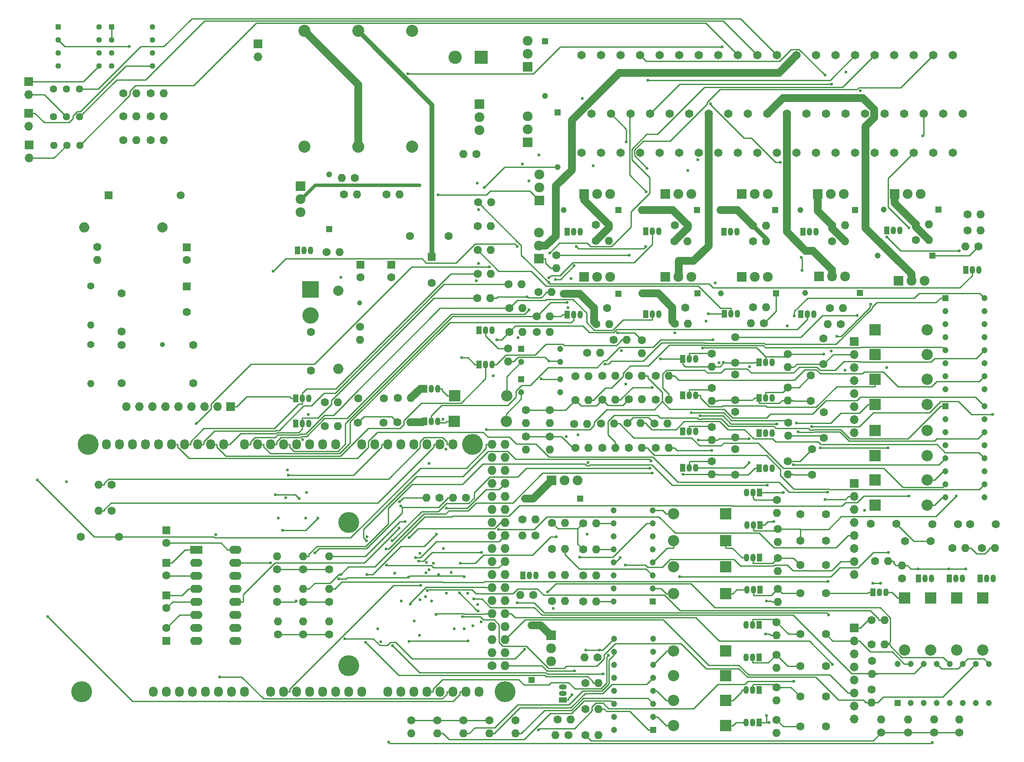
<source format=gbr>
G04 #@! TF.GenerationSoftware,KiCad,Pcbnew,(6.0.0)*
G04 #@! TF.CreationDate,2022-05-11T19:18:29-07:00*
G04 #@! TF.ProjectId,CampKeen,43616d70-4b65-4656-9e2e-6b696361645f,rev?*
G04 #@! TF.SameCoordinates,Original*
G04 #@! TF.FileFunction,Copper,L3,Inr*
G04 #@! TF.FilePolarity,Positive*
%FSLAX46Y46*%
G04 Gerber Fmt 4.6, Leading zero omitted, Abs format (unit mm)*
G04 Created by KiCad (PCBNEW (6.0.0)) date 2022-05-11 19:18:29*
%MOMM*%
%LPD*%
G01*
G04 APERTURE LIST*
G04 #@! TA.AperFunction,ComponentPad*
%ADD10C,1.727200*%
G04 #@! TD*
G04 #@! TA.AperFunction,ComponentPad*
%ADD11O,1.727200X1.727200*%
G04 #@! TD*
G04 #@! TA.AperFunction,ComponentPad*
%ADD12O,1.727200X2.032000*%
G04 #@! TD*
G04 #@! TA.AperFunction,ComponentPad*
%ADD13C,4.064000*%
G04 #@! TD*
G04 #@! TA.AperFunction,ComponentPad*
%ADD14C,1.600000*%
G04 #@! TD*
G04 #@! TA.AperFunction,ComponentPad*
%ADD15R,1.600000X1.600000*%
G04 #@! TD*
G04 #@! TA.AperFunction,ComponentPad*
%ADD16R,2.600000X2.600000*%
G04 #@! TD*
G04 #@! TA.AperFunction,ComponentPad*
%ADD17C,2.600000*%
G04 #@! TD*
G04 #@! TA.AperFunction,ComponentPad*
%ADD18C,1.650000*%
G04 #@! TD*
G04 #@! TA.AperFunction,ComponentPad*
%ADD19R,1.700000X1.700000*%
G04 #@! TD*
G04 #@! TA.AperFunction,ComponentPad*
%ADD20O,1.700000X1.700000*%
G04 #@! TD*
G04 #@! TA.AperFunction,ComponentPad*
%ADD21C,2.000000*%
G04 #@! TD*
G04 #@! TA.AperFunction,ComponentPad*
%ADD22O,2.000000X2.000000*%
G04 #@! TD*
G04 #@! TA.AperFunction,ComponentPad*
%ADD23O,1.600000X1.600000*%
G04 #@! TD*
G04 #@! TA.AperFunction,ComponentPad*
%ADD24C,2.360000*%
G04 #@! TD*
G04 #@! TA.AperFunction,ComponentPad*
%ADD25R,2.400000X1.600000*%
G04 #@! TD*
G04 #@! TA.AperFunction,ComponentPad*
%ADD26O,2.400000X1.600000*%
G04 #@! TD*
G04 #@! TA.AperFunction,ComponentPad*
%ADD27R,1.575000X1.575000*%
G04 #@! TD*
G04 #@! TA.AperFunction,ComponentPad*
%ADD28C,1.575000*%
G04 #@! TD*
G04 #@! TA.AperFunction,ComponentPad*
%ADD29C,1.400000*%
G04 #@! TD*
G04 #@! TA.AperFunction,ComponentPad*
%ADD30O,1.400000X1.400000*%
G04 #@! TD*
G04 #@! TA.AperFunction,ComponentPad*
%ADD31R,3.200000X3.200000*%
G04 #@! TD*
G04 #@! TA.AperFunction,ComponentPad*
%ADD32O,3.200000X3.200000*%
G04 #@! TD*
G04 #@! TA.AperFunction,ComponentPad*
%ADD33R,1.920000X1.920000*%
G04 #@! TD*
G04 #@! TA.AperFunction,ComponentPad*
%ADD34C,1.920000*%
G04 #@! TD*
G04 #@! TA.AperFunction,ComponentPad*
%ADD35R,2.200000X2.200000*%
G04 #@! TD*
G04 #@! TA.AperFunction,ComponentPad*
%ADD36O,2.200000X2.200000*%
G04 #@! TD*
G04 #@! TA.AperFunction,ComponentPad*
%ADD37R,1.130000X1.130000*%
G04 #@! TD*
G04 #@! TA.AperFunction,ComponentPad*
%ADD38C,1.130000*%
G04 #@! TD*
G04 #@! TA.AperFunction,ComponentPad*
%ADD39R,1.200000X1.200000*%
G04 #@! TD*
G04 #@! TA.AperFunction,ComponentPad*
%ADD40C,1.200000*%
G04 #@! TD*
G04 #@! TA.AperFunction,ComponentPad*
%ADD41R,1.500000X1.050000*%
G04 #@! TD*
G04 #@! TA.AperFunction,ComponentPad*
%ADD42O,1.500000X1.050000*%
G04 #@! TD*
G04 #@! TA.AperFunction,ComponentPad*
%ADD43R,1.050000X1.500000*%
G04 #@! TD*
G04 #@! TA.AperFunction,ComponentPad*
%ADD44O,1.050000X1.500000*%
G04 #@! TD*
G04 #@! TA.AperFunction,ComponentPad*
%ADD45C,1.440000*%
G04 #@! TD*
G04 #@! TA.AperFunction,ComponentPad*
%ADD46R,1.150000X1.150000*%
G04 #@! TD*
G04 #@! TA.AperFunction,ComponentPad*
%ADD47C,1.150000*%
G04 #@! TD*
G04 #@! TA.AperFunction,ViaPad*
%ADD48C,0.600000*%
G04 #@! TD*
G04 #@! TA.AperFunction,ViaPad*
%ADD49C,1.000000*%
G04 #@! TD*
G04 #@! TA.AperFunction,Conductor*
%ADD50C,0.250000*%
G04 #@! TD*
G04 #@! TA.AperFunction,Conductor*
%ADD51C,1.524000*%
G04 #@! TD*
G04 #@! TA.AperFunction,Conductor*
%ADD52C,0.889000*%
G04 #@! TD*
G04 #@! TA.AperFunction,Conductor*
%ADD53C,0.635000*%
G04 #@! TD*
G04 APERTURE END LIST*
D10*
X195153000Y-219416000D03*
D11*
X197693000Y-219416000D03*
X195153000Y-216876000D03*
X197693000Y-216876000D03*
X195153000Y-214336000D03*
X197693000Y-214336000D03*
X195153000Y-211796000D03*
X197693000Y-211796000D03*
X195153000Y-209256000D03*
X197693000Y-209256000D03*
X195153000Y-206716000D03*
X197693000Y-206716000D03*
X195153000Y-204176000D03*
X197693000Y-204176000D03*
X195153000Y-201636000D03*
X197693000Y-201636000D03*
X195153000Y-199096000D03*
X197693000Y-199096000D03*
X195153000Y-196556000D03*
X197693000Y-196556000D03*
X195153000Y-194016000D03*
X197693000Y-194016000D03*
X195153000Y-191476000D03*
X197693000Y-191476000D03*
X195153000Y-188936000D03*
X197693000Y-188936000D03*
X195153000Y-186396000D03*
X197693000Y-186396000D03*
X195153000Y-183856000D03*
X197693000Y-183856000D03*
X195153000Y-181316000D03*
X197693000Y-181316000D03*
X195153000Y-178776000D03*
X197693000Y-178776000D03*
X195153000Y-176236000D03*
X197693000Y-176236000D03*
D12*
X129113000Y-224496000D03*
X131653000Y-224496000D03*
X134193000Y-224496000D03*
X136733000Y-224496000D03*
X139273000Y-224496000D03*
X141813000Y-224496000D03*
X144353000Y-224496000D03*
X146893000Y-224496000D03*
X151973000Y-224496000D03*
X154513000Y-224496000D03*
X157053000Y-224496000D03*
X159593000Y-224496000D03*
X162133000Y-224496000D03*
X164673000Y-224496000D03*
X167213000Y-224496000D03*
X169753000Y-224496000D03*
X174833000Y-224496000D03*
X177373000Y-224496000D03*
X179913000Y-224496000D03*
X182453000Y-224496000D03*
X184993000Y-224496000D03*
X187533000Y-224496000D03*
X190073000Y-224496000D03*
X192613000Y-224496000D03*
X119969000Y-176236000D03*
X122509000Y-176236000D03*
X125049000Y-176236000D03*
X127589000Y-176236000D03*
X130129000Y-176236000D03*
X132669000Y-176236000D03*
X135209000Y-176236000D03*
X137749000Y-176236000D03*
X140289000Y-176236000D03*
X142829000Y-176236000D03*
X146893000Y-176236000D03*
X149433000Y-176236000D03*
X151973000Y-176236000D03*
X154513000Y-176236000D03*
X157053000Y-176236000D03*
X159593000Y-176236000D03*
X162133000Y-176236000D03*
X164673000Y-176236000D03*
X169753000Y-176236000D03*
X172293000Y-176236000D03*
X174833000Y-176236000D03*
X177373000Y-176236000D03*
X179913000Y-176236000D03*
X182453000Y-176236000D03*
X184993000Y-176236000D03*
X187533000Y-176236000D03*
D13*
X115143000Y-224496000D03*
X167213000Y-219416000D03*
X197693000Y-224496000D03*
X116413000Y-176236000D03*
X167213000Y-191476000D03*
X191343000Y-176236000D03*
D14*
X179170000Y-135640400D03*
X186670000Y-135640400D03*
X159861000Y-154329000D03*
X159861000Y-161829000D03*
D15*
X169486900Y-141164800D03*
D14*
X169486900Y-143664800D03*
D15*
X183409200Y-139716700D03*
D14*
X183409200Y-144716700D03*
X122428000Y-194310000D03*
X114928000Y-194310000D03*
D15*
X131653000Y-199350000D03*
D14*
X131653000Y-201850000D03*
D15*
X131653000Y-214590000D03*
D14*
X131653000Y-212090000D03*
D15*
X131653000Y-205700000D03*
D14*
X131653000Y-208200000D03*
D15*
X131653000Y-193000000D03*
D14*
X131653000Y-195500000D03*
D16*
X193026000Y-100701500D03*
D17*
X187946000Y-100701500D03*
D18*
X224028000Y-119380000D03*
X225928000Y-111760000D03*
X224028000Y-100330000D03*
X220218000Y-119380000D03*
X222118000Y-111760000D03*
X220218000Y-100330000D03*
X216408000Y-119380000D03*
X218308000Y-111760000D03*
X216408000Y-100330000D03*
X212598000Y-119380000D03*
X214498000Y-111760000D03*
X212598000Y-100330000D03*
X269748000Y-119380000D03*
X271648000Y-111760000D03*
X269748000Y-100330000D03*
X265938000Y-119380000D03*
X267838000Y-111760000D03*
X265938000Y-100330000D03*
X262128000Y-119380000D03*
X264028000Y-111760000D03*
X262128000Y-100330000D03*
X258318000Y-119380000D03*
X260218000Y-111760000D03*
X258318000Y-100330000D03*
X239268000Y-119380000D03*
X241168000Y-111760000D03*
X239268000Y-100330000D03*
X235458000Y-119380000D03*
X237358000Y-111760000D03*
X235458000Y-100330000D03*
X231648000Y-119380000D03*
X233548000Y-111760000D03*
X231648000Y-100330000D03*
X227838000Y-119380000D03*
X229738000Y-111760000D03*
X227838000Y-100330000D03*
D19*
X265765000Y-156170000D03*
D20*
X265765000Y-158710000D03*
X265765000Y-161250000D03*
X265765000Y-163790000D03*
X265765000Y-166330000D03*
X265765000Y-168870000D03*
X265765000Y-171410000D03*
X265765000Y-173950000D03*
D19*
X265765000Y-212050000D03*
D20*
X265765000Y-214590000D03*
X265765000Y-217130000D03*
X265765000Y-219670000D03*
X265765000Y-222210000D03*
X265765000Y-224750000D03*
X265765000Y-227290000D03*
X265765000Y-229830000D03*
D19*
X265765000Y-183905000D03*
D20*
X265765000Y-186445000D03*
X265765000Y-188985000D03*
X265765000Y-191525000D03*
X265765000Y-194065000D03*
X265765000Y-196605000D03*
X265765000Y-199145000D03*
X265765000Y-201685000D03*
D21*
X165185800Y-146307300D03*
D22*
X165185800Y-161547300D03*
D14*
X169404200Y-153310400D03*
D23*
X169404200Y-155850400D03*
D14*
X120985000Y-184110000D03*
D23*
X118445000Y-184110000D03*
D14*
X120985000Y-189190000D03*
D23*
X118445000Y-189190000D03*
D24*
X179552400Y-95581200D03*
X179552400Y-118181200D03*
D25*
X137495000Y-196810000D03*
D26*
X137495000Y-199350000D03*
X137495000Y-201890000D03*
X137495000Y-204430000D03*
X137495000Y-206970000D03*
X137495000Y-209510000D03*
X137495000Y-212050000D03*
X137495000Y-214590000D03*
X145115000Y-214590000D03*
X145115000Y-212050000D03*
X145115000Y-209510000D03*
X145115000Y-206970000D03*
X145115000Y-204430000D03*
X145115000Y-201890000D03*
X145115000Y-199350000D03*
X145115000Y-196810000D03*
D18*
X254508000Y-119380000D03*
X256408000Y-111760000D03*
X254508000Y-100330000D03*
X250698000Y-119380000D03*
X252598000Y-111760000D03*
X250698000Y-100330000D03*
X246888000Y-119380000D03*
X248788000Y-111760000D03*
X246888000Y-100330000D03*
X243078000Y-119380000D03*
X244978000Y-111760000D03*
X243078000Y-100330000D03*
D14*
X122915000Y-156840200D03*
X122915000Y-164340200D03*
X122915000Y-154260200D03*
X122915000Y-146760200D03*
X136885000Y-156840200D03*
X136885000Y-164340200D03*
D15*
X135615000Y-137790200D03*
D14*
X135615000Y-140290200D03*
D15*
X135615000Y-145410200D03*
D14*
X135615000Y-150410200D03*
D15*
X175473500Y-141164800D03*
D14*
X175473500Y-143664800D03*
D27*
X120375000Y-127630200D03*
D28*
X134475000Y-127630200D03*
D21*
X130870000Y-133940200D03*
D22*
X115630000Y-133940200D03*
D14*
X118170000Y-137750200D03*
D23*
X118170000Y-140290200D03*
D29*
X116900000Y-156800200D03*
D30*
X116900000Y-164420200D03*
D29*
X116900000Y-145370200D03*
D30*
X116900000Y-152990200D03*
D31*
X159766200Y-146010200D03*
D32*
X159766200Y-151090200D03*
D33*
X192676000Y-109894400D03*
D34*
X192676000Y-112434400D03*
X192676000Y-114974400D03*
D14*
X192065700Y-119630700D03*
D23*
X189525700Y-119630700D03*
D19*
X144205000Y-168865200D03*
D20*
X141665000Y-168865200D03*
X139125000Y-168865200D03*
X136585000Y-168865200D03*
X134045000Y-168865200D03*
X131505000Y-168865200D03*
X128965000Y-168865200D03*
X126425000Y-168865200D03*
X123885000Y-168865200D03*
D18*
X284988000Y-119380000D03*
X286888000Y-111760000D03*
X284988000Y-100330000D03*
X281178000Y-119380000D03*
X283078000Y-111760000D03*
X281178000Y-100330000D03*
X277368000Y-119380000D03*
X279268000Y-111760000D03*
X277368000Y-100330000D03*
X273558000Y-119380000D03*
X275458000Y-111760000D03*
X273558000Y-100330000D03*
D24*
X169058859Y-95576059D03*
X169058859Y-118176059D03*
D14*
X255238900Y-231305000D03*
X260238900Y-231305000D03*
X255238900Y-225480400D03*
X260238900Y-225480400D03*
X255238900Y-219496300D03*
X260238900Y-219496300D03*
X255238900Y-213272800D03*
X260238900Y-213272800D03*
X255238900Y-205334400D03*
X260238900Y-205334400D03*
X255238900Y-199749200D03*
X260238900Y-199749200D03*
X255238900Y-189855400D03*
X260238900Y-189855400D03*
X255238900Y-195015000D03*
X260238900Y-195015000D03*
X268936700Y-191762600D03*
X273936700Y-191762600D03*
X288350700Y-191823900D03*
X293350700Y-191823900D03*
X275641600Y-195151700D03*
X280641600Y-195151700D03*
X280994500Y-191807700D03*
X285994500Y-191807700D03*
X259789000Y-155594600D03*
X259789000Y-160594600D03*
X257329700Y-162812500D03*
X257329700Y-167812500D03*
X259811300Y-169981400D03*
X259811300Y-174981400D03*
X257571100Y-177164100D03*
X257571100Y-182164100D03*
X242546100Y-155355000D03*
X242546100Y-160355000D03*
X242546100Y-162619600D03*
X242546100Y-167619600D03*
X169105700Y-167258900D03*
X174105700Y-167258900D03*
X169009800Y-172008200D03*
X174009800Y-172008200D03*
X242546100Y-169884100D03*
X242546100Y-174884100D03*
X242561800Y-177164100D03*
X242561800Y-182164100D03*
D35*
X240680900Y-231125800D03*
D36*
X230520900Y-231125800D03*
D35*
X269853100Y-173532700D03*
D36*
X280013100Y-173532700D03*
D35*
X240680900Y-226209700D03*
D36*
X230520900Y-226209700D03*
D35*
X240680900Y-216544100D03*
D36*
X230520900Y-216544100D03*
D35*
X240680900Y-221420000D03*
D36*
X230520900Y-221420000D03*
D35*
X240680900Y-205352800D03*
D36*
X230520900Y-205352800D03*
D35*
X240680900Y-195033400D03*
D36*
X230520900Y-195033400D03*
D35*
X240680900Y-200139900D03*
D36*
X230520900Y-200139900D03*
D35*
X240680900Y-189820600D03*
D36*
X230520900Y-189820600D03*
D35*
X275620200Y-206197400D03*
D36*
X275620200Y-216357400D03*
D35*
X280700200Y-206197400D03*
D36*
X280700200Y-216357400D03*
D35*
X285780200Y-206197400D03*
D36*
X285780200Y-216357400D03*
D35*
X290860200Y-206197400D03*
D36*
X290860200Y-216357400D03*
D35*
X269853100Y-178457200D03*
D36*
X280013100Y-178457200D03*
D35*
X269853100Y-183182700D03*
D36*
X280013100Y-183182700D03*
D35*
X269853100Y-188119400D03*
D36*
X280013100Y-188119400D03*
D35*
X187844900Y-166746900D03*
D36*
X198004900Y-166746900D03*
D35*
X187773600Y-171742900D03*
D36*
X197933600Y-171742900D03*
D35*
X269853100Y-153902800D03*
D36*
X280013100Y-153902800D03*
D35*
X269853100Y-158714300D03*
D36*
X280013100Y-158714300D03*
D35*
X269853100Y-163542200D03*
D36*
X280013100Y-163542200D03*
D35*
X269853100Y-168457600D03*
D36*
X280013100Y-168457600D03*
D37*
X121009000Y-94810400D03*
D38*
X121009000Y-97350400D03*
X121009000Y-99890400D03*
X121009000Y-102430400D03*
X128949000Y-102430400D03*
X128949000Y-99890400D03*
X128949000Y-97350400D03*
X128949000Y-94810400D03*
D37*
X110543800Y-94810400D03*
D38*
X110543800Y-97350400D03*
X110543800Y-99890400D03*
X110543800Y-102430400D03*
X118483800Y-102430400D03*
X118483800Y-99890400D03*
X118483800Y-97350400D03*
X118483800Y-94810400D03*
D39*
X200847400Y-157646900D03*
D40*
X200847400Y-160186900D03*
X208467400Y-160186900D03*
X208467400Y-157646900D03*
D39*
X200847400Y-163566100D03*
D40*
X200847400Y-166106100D03*
X208467400Y-166106100D03*
X208467400Y-163566100D03*
D19*
X104852500Y-117867000D03*
D20*
X104852500Y-120407000D03*
D19*
X104824700Y-111614900D03*
D20*
X104824700Y-114154900D03*
D19*
X104834900Y-105453700D03*
D20*
X104834900Y-107993700D03*
D24*
X158575900Y-118181200D03*
X158575900Y-95581200D03*
D41*
X208984900Y-226137200D03*
D42*
X208984900Y-224867200D03*
X208984900Y-223597200D03*
D33*
X206626700Y-213539500D03*
D34*
X206626700Y-216079500D03*
X206626700Y-218619500D03*
D43*
X247233200Y-230485000D03*
D44*
X245963200Y-230485000D03*
X244693200Y-230485000D03*
D43*
X247233200Y-224135000D03*
D44*
X245963200Y-224135000D03*
X244693200Y-224135000D03*
D43*
X247233200Y-217785000D03*
D44*
X245963200Y-217785000D03*
X244693200Y-217785000D03*
D43*
X247233200Y-211435000D03*
D44*
X245963200Y-211435000D03*
X244693200Y-211435000D03*
D43*
X157200500Y-138410300D03*
D44*
X158470500Y-138410300D03*
X159740500Y-138410300D03*
D33*
X157799800Y-125864700D03*
D34*
X157799800Y-128404700D03*
X157799800Y-130944700D03*
D43*
X201124800Y-201797100D03*
D44*
X202394800Y-201797100D03*
X203664800Y-201797100D03*
D33*
X206736600Y-183286100D03*
D34*
X209276600Y-183286100D03*
X211816600Y-183286100D03*
D43*
X247395700Y-204619600D03*
D44*
X246125700Y-204619600D03*
X244855700Y-204619600D03*
D43*
X247306600Y-198366100D03*
D44*
X246036600Y-198366100D03*
X244766600Y-198366100D03*
D43*
X247313200Y-185653200D03*
D44*
X246043200Y-185653200D03*
X244773200Y-185653200D03*
D43*
X247366400Y-192036300D03*
D44*
X246096400Y-192036300D03*
X244826400Y-192036300D03*
D43*
X269388700Y-205133500D03*
D44*
X270658700Y-205133500D03*
X271928700Y-205133500D03*
D43*
X290287600Y-202401200D03*
D44*
X291557600Y-202401200D03*
X292827600Y-202401200D03*
D43*
X278306800Y-202401200D03*
D44*
X279576800Y-202401200D03*
X280846800Y-202401200D03*
D43*
X284297200Y-202401200D03*
D44*
X285567200Y-202401200D03*
X286837200Y-202401200D03*
D43*
X247184700Y-160263300D03*
D44*
X248454700Y-160263300D03*
X249724700Y-160263300D03*
D43*
X247184700Y-167157700D03*
D44*
X248454700Y-167157700D03*
X249724700Y-167157700D03*
D43*
X247184700Y-174052000D03*
D44*
X248454700Y-174052000D03*
X249724700Y-174052000D03*
D43*
X247184700Y-180946400D03*
D44*
X248454700Y-180946400D03*
X249724700Y-180946400D03*
D43*
X232355400Y-159553300D03*
D44*
X233625400Y-159553300D03*
X234895400Y-159553300D03*
D43*
X232355400Y-166644300D03*
D44*
X233625400Y-166644300D03*
X234895400Y-166644300D03*
D43*
X182001000Y-165390600D03*
D44*
X183271000Y-165390600D03*
X184541000Y-165390600D03*
D43*
X182001000Y-171723000D03*
D44*
X183271000Y-171723000D03*
X184541000Y-171723000D03*
D43*
X232355400Y-173735300D03*
D44*
X233625400Y-173735300D03*
X234895400Y-173735300D03*
D43*
X232355400Y-180826300D03*
D44*
X233625400Y-180826300D03*
X234895400Y-180826300D03*
D43*
X209768900Y-134734400D03*
D44*
X211038900Y-134734400D03*
X212308900Y-134734400D03*
D43*
X225114700Y-150857700D03*
D44*
X226384700Y-150857700D03*
X227654700Y-150857700D03*
D33*
X213088400Y-127384000D03*
D34*
X215628400Y-127384000D03*
X218168400Y-127384000D03*
D33*
X228953000Y-143602200D03*
D34*
X231493000Y-143602200D03*
X234033000Y-143602200D03*
D43*
X209810700Y-150902700D03*
D44*
X211080700Y-150902700D03*
X212350700Y-150902700D03*
D33*
X213088400Y-143602200D03*
D34*
X215628400Y-143602200D03*
X218168400Y-143602200D03*
D43*
X225107000Y-134714600D03*
D44*
X226377000Y-134714600D03*
X227647000Y-134714600D03*
D33*
X228953000Y-127384000D03*
D34*
X231493000Y-127384000D03*
X234033000Y-127384000D03*
D43*
X240351700Y-134768200D03*
D44*
X241621700Y-134768200D03*
X242891700Y-134768200D03*
D33*
X243794000Y-127384000D03*
D34*
X246334000Y-127384000D03*
X248874000Y-127384000D03*
D43*
X287479500Y-142206100D03*
D44*
X288749500Y-142206100D03*
X290019500Y-142206100D03*
D33*
X274354900Y-144311500D03*
D34*
X276894900Y-144311500D03*
X279434900Y-144311500D03*
D43*
X272112700Y-134507000D03*
D44*
X273382700Y-134507000D03*
X274652700Y-134507000D03*
D43*
X255369800Y-150820800D03*
D44*
X256639800Y-150820800D03*
X257909800Y-150820800D03*
D33*
X273644600Y-127384000D03*
D34*
X276184600Y-127384000D03*
X278724600Y-127384000D03*
D33*
X258866800Y-143498500D03*
D34*
X261406800Y-143498500D03*
X263946800Y-143498500D03*
D43*
X156888000Y-167302200D03*
D44*
X158158000Y-167302200D03*
X159428000Y-167302200D03*
D33*
X202090500Y-117335600D03*
D34*
X202090500Y-114795600D03*
X202090500Y-112255600D03*
D43*
X255804100Y-134768200D03*
D44*
X257074100Y-134768200D03*
X258344100Y-134768200D03*
D33*
X258650200Y-127384000D03*
D34*
X261190200Y-127384000D03*
X263730200Y-127384000D03*
D43*
X192629500Y-160651900D03*
D44*
X193899500Y-160651900D03*
X195169500Y-160651900D03*
D33*
X202090500Y-102629000D03*
D34*
X202090500Y-100089000D03*
X202090500Y-97549000D03*
D43*
X240412800Y-150774300D03*
D44*
X241682800Y-150774300D03*
X242952800Y-150774300D03*
D33*
X243794000Y-143602200D03*
D34*
X246334000Y-143602200D03*
X248874000Y-143602200D03*
D43*
X156888000Y-172151300D03*
D44*
X158158000Y-172151300D03*
X159428000Y-172151300D03*
D33*
X204402600Y-128661100D03*
D34*
X204402600Y-126121100D03*
X204402600Y-123581100D03*
D43*
X192629500Y-153972200D03*
D44*
X193899500Y-153972200D03*
X195169500Y-153972200D03*
D33*
X204297600Y-140048200D03*
D34*
X204297600Y-137508200D03*
X204297600Y-134968200D03*
D39*
X226547900Y-231942300D03*
D40*
X226547900Y-229402300D03*
X226547900Y-226862300D03*
X226547900Y-224322300D03*
X226547900Y-221782300D03*
X226547900Y-219242300D03*
X226547900Y-216702300D03*
X226547900Y-214162300D03*
X218927900Y-214162300D03*
X218927900Y-216702300D03*
X218927900Y-219242300D03*
X218927900Y-221782300D03*
X218927900Y-224322300D03*
X218927900Y-226862300D03*
X218927900Y-229402300D03*
X218927900Y-231942300D03*
D39*
X226451200Y-206913800D03*
D40*
X226451200Y-204373800D03*
X226451200Y-201833800D03*
X226451200Y-199293800D03*
X226451200Y-196753800D03*
X226451200Y-194213800D03*
X226451200Y-191673800D03*
X226451200Y-189133800D03*
X218831200Y-189133800D03*
X218831200Y-191673800D03*
X218831200Y-194213800D03*
X218831200Y-196753800D03*
X218831200Y-199293800D03*
X218831200Y-201833800D03*
X218831200Y-204373800D03*
X218831200Y-206913800D03*
D39*
X274227500Y-226685600D03*
D40*
X276767500Y-226685600D03*
X279307500Y-226685600D03*
X281847500Y-226685600D03*
X284387500Y-226685600D03*
X286927500Y-226685600D03*
X289467500Y-226685600D03*
X292007500Y-226685600D03*
X292007500Y-219065600D03*
X289467500Y-219065600D03*
X286927500Y-219065600D03*
X284387500Y-219065600D03*
X281847500Y-219065600D03*
X279307500Y-219065600D03*
X276767500Y-219065600D03*
X274227500Y-219065600D03*
D39*
X283566300Y-168792100D03*
D40*
X283566300Y-171332100D03*
X283566300Y-173872100D03*
X283566300Y-176412100D03*
X283566300Y-178952100D03*
X283566300Y-181492100D03*
X283566300Y-184032100D03*
X283566300Y-186572100D03*
X291186300Y-186572100D03*
X291186300Y-184032100D03*
X291186300Y-181492100D03*
X291186300Y-178952100D03*
X291186300Y-176412100D03*
X291186300Y-173872100D03*
X291186300Y-171332100D03*
X291186300Y-168792100D03*
D39*
X283566300Y-147678000D03*
D40*
X283566300Y-150218000D03*
X283566300Y-152758000D03*
X283566300Y-155298000D03*
X283566300Y-157838000D03*
X283566300Y-160378000D03*
X283566300Y-162918000D03*
X283566300Y-165458000D03*
X291186300Y-165458000D03*
X291186300Y-162918000D03*
X291186300Y-160378000D03*
X291186300Y-157838000D03*
X291186300Y-155298000D03*
X291186300Y-152758000D03*
X291186300Y-150218000D03*
X291186300Y-147678000D03*
D14*
X123288700Y-107720500D03*
D23*
X125828700Y-107720500D03*
D14*
X123288700Y-112270100D03*
D23*
X125828700Y-112270100D03*
D14*
X128563900Y-116879300D03*
D23*
X131103900Y-116879300D03*
D14*
X128563900Y-107720500D03*
D23*
X131103900Y-107720500D03*
D14*
X128563900Y-112270100D03*
D23*
X131103900Y-112270100D03*
D14*
X123288700Y-116879300D03*
D23*
X125828700Y-116879300D03*
D14*
X271048000Y-232475500D03*
D23*
X271048000Y-229935500D03*
D14*
X215722800Y-217785100D03*
D23*
X213182800Y-217785100D03*
D14*
X210021300Y-232987200D03*
D23*
X207481300Y-232987200D03*
D14*
X207959300Y-229910900D03*
D23*
X210499300Y-229910900D03*
D14*
X250595300Y-229984200D03*
D23*
X250595300Y-232524200D03*
D14*
X250595300Y-223634200D03*
D23*
X250595300Y-226174200D03*
D14*
X213357200Y-232952800D03*
D23*
X215897200Y-232952800D03*
D14*
X213357200Y-227872800D03*
D23*
X215897200Y-227872800D03*
D14*
X250595300Y-217284200D03*
D23*
X250595300Y-219824200D03*
D14*
X250595300Y-210934200D03*
D23*
X250595300Y-213474200D03*
D14*
X194645900Y-230131700D03*
D23*
X194645900Y-232671700D03*
D14*
X199725900Y-230131700D03*
D23*
X199725900Y-232671700D03*
D14*
X153243000Y-200620000D03*
D23*
X153243000Y-198080000D03*
D14*
X158323000Y-200620000D03*
D23*
X158323000Y-198080000D03*
D14*
X163403000Y-200620000D03*
D23*
X163403000Y-198080000D03*
D14*
X153243000Y-206970000D03*
D23*
X153243000Y-204430000D03*
D14*
X158323000Y-206970000D03*
D23*
X158323000Y-204430000D03*
D14*
X163403000Y-206970000D03*
D23*
X163403000Y-204430000D03*
D14*
X153428000Y-213320000D03*
D23*
X153428000Y-210780000D03*
D14*
X158323000Y-213320000D03*
D23*
X158323000Y-210780000D03*
D14*
X163403000Y-213320000D03*
D23*
X163403000Y-210780000D03*
D14*
X162873400Y-138774700D03*
D23*
X165413400Y-138774700D03*
D14*
X166282200Y-127450500D03*
D23*
X168822200Y-127450500D03*
D14*
X168428300Y-124281900D03*
D23*
X165888300Y-124281900D03*
D14*
X184903700Y-186662400D03*
D23*
X182363700Y-186662400D03*
D14*
X190073000Y-186650000D03*
D23*
X187533000Y-186650000D03*
D14*
X203199300Y-205626900D03*
D23*
X200659300Y-205626900D03*
D14*
X201111600Y-190892600D03*
D23*
X203651600Y-190892600D03*
D14*
X203611700Y-194031000D03*
D23*
X201071700Y-194031000D03*
D14*
X250823900Y-204430100D03*
D23*
X250823900Y-206970100D03*
D14*
X250823900Y-198419300D03*
D23*
X250823900Y-200959300D03*
D14*
X206843000Y-206790000D03*
D23*
X209383000Y-206790000D03*
D14*
X206843000Y-191550000D03*
D23*
X209383000Y-191550000D03*
D14*
X250664400Y-187089400D03*
D23*
X250664400Y-189629400D03*
D14*
X250823900Y-192727800D03*
D23*
X250823900Y-195267800D03*
D14*
X206843000Y-201710000D03*
D23*
X209383000Y-201710000D03*
D14*
X206843000Y-196630000D03*
D23*
X209383000Y-196630000D03*
D14*
X269782700Y-199026400D03*
D23*
X272322700Y-199026400D03*
D14*
X290659700Y-196482800D03*
D23*
X293199700Y-196482800D03*
D14*
X269111100Y-210560100D03*
D23*
X271651100Y-210560100D03*
D14*
X269182100Y-224124200D03*
D23*
X269182100Y-226664200D03*
D14*
X275030700Y-202454300D03*
D23*
X275030700Y-199914300D03*
D14*
X284856100Y-196482800D03*
D23*
X287396100Y-196482800D03*
D14*
X269242100Y-218480700D03*
D23*
X269242100Y-221020700D03*
D14*
X269111100Y-215283000D03*
D23*
X271651100Y-215283000D03*
D14*
X252820200Y-158656600D03*
D23*
X252820200Y-161196600D03*
D14*
X252789100Y-165171700D03*
D23*
X252789100Y-167711700D03*
D14*
X252864700Y-171998200D03*
D23*
X252864700Y-174538200D03*
D14*
X252788200Y-179524000D03*
D23*
X252788200Y-182064000D03*
D14*
X216627800Y-167522500D03*
D23*
X219167800Y-167522500D03*
D14*
X216627800Y-176956000D03*
D23*
X219167800Y-176956000D03*
D14*
X216627800Y-162914600D03*
D23*
X219167800Y-162914600D03*
D14*
X216363300Y-172195100D03*
D23*
X218903300Y-172195100D03*
D14*
X237998900Y-158560600D03*
D23*
X237998900Y-161100600D03*
D14*
X237998900Y-165224800D03*
D23*
X237998900Y-167764800D03*
D14*
X176781300Y-167210900D03*
D23*
X179321300Y-167210900D03*
D14*
X213357200Y-222792800D03*
D23*
X215897200Y-222792800D03*
D14*
X184485900Y-230131700D03*
D23*
X184485900Y-232671700D03*
D14*
X179405900Y-230131700D03*
D23*
X179405900Y-232671700D03*
D14*
X176685400Y-171960200D03*
D23*
X179225400Y-171960200D03*
D14*
X237998900Y-172868000D03*
D23*
X237998900Y-175408000D03*
D14*
X237998900Y-179547100D03*
D23*
X237998900Y-182087100D03*
D14*
X189565900Y-230131700D03*
D23*
X189565900Y-232671700D03*
D14*
X212893300Y-206930100D03*
D23*
X215433300Y-206930100D03*
D14*
X212893300Y-201850100D03*
D23*
X215433300Y-201850100D03*
D14*
X203843100Y-151304500D03*
D23*
X206383100Y-151304500D03*
D14*
X198498800Y-149707200D03*
D23*
X201038800Y-149707200D03*
D14*
X215386600Y-133431600D03*
D23*
X217926600Y-133431600D03*
D14*
X215394100Y-136519100D03*
D23*
X217934100Y-136519100D03*
D14*
X232861800Y-149583000D03*
D23*
X230321800Y-149583000D03*
D14*
X230785700Y-152697100D03*
D23*
X233325700Y-152697100D03*
D14*
X224314700Y-155913500D03*
D23*
X224314700Y-158453500D03*
D14*
X217611700Y-149660500D03*
D23*
X215071700Y-149660500D03*
D14*
X215478200Y-152773600D03*
D23*
X218018200Y-152773600D03*
D14*
X204230300Y-146512500D03*
D23*
X206770300Y-146512500D03*
D14*
X230777400Y-133479600D03*
D23*
X233317400Y-133479600D03*
D14*
X230739700Y-136612300D03*
D23*
X233279700Y-136612300D03*
D14*
X203843100Y-154305500D03*
D23*
X206383100Y-154305500D03*
D14*
X246012600Y-136666600D03*
D23*
X248552600Y-136666600D03*
D14*
X245989500Y-133538300D03*
D23*
X248529500Y-133538300D03*
D14*
X192401800Y-128994900D03*
D23*
X194941800Y-128994900D03*
D14*
X289945200Y-137654800D03*
D23*
X287405200Y-137654800D03*
D14*
X287837100Y-134475900D03*
D23*
X290377100Y-134475900D03*
D14*
X287848200Y-131402000D03*
D23*
X290388200Y-131402000D03*
D14*
X198492600Y-154316600D03*
D23*
X201032600Y-154316600D03*
D14*
X277740400Y-136393600D03*
D23*
X280280400Y-136393600D03*
D14*
X277760500Y-133287100D03*
D23*
X280300500Y-133287100D03*
D14*
X261013300Y-149626000D03*
D23*
X263553300Y-149626000D03*
D14*
X263114600Y-152802000D03*
D23*
X260574600Y-152802000D03*
D14*
X192393800Y-143011800D03*
D23*
X194933800Y-143011800D03*
D14*
X162580100Y-168035600D03*
D23*
X165120100Y-168035600D03*
D14*
X162580100Y-172694500D03*
D23*
X165120100Y-172694500D03*
D14*
X198367400Y-144984000D03*
D23*
X200907400Y-144984000D03*
D14*
X261444300Y-136632000D03*
D23*
X263984300Y-136632000D03*
D14*
X261444300Y-133533300D03*
D23*
X263984300Y-133533300D03*
D14*
X192385700Y-133645700D03*
D23*
X194925700Y-133645700D03*
D14*
X213721600Y-158353400D03*
D23*
X216261600Y-158353400D03*
D14*
X218887600Y-155849600D03*
D23*
X221427600Y-155849600D03*
D14*
X192321200Y-138324700D03*
D23*
X194861200Y-138324700D03*
D14*
X248142400Y-152614500D03*
D23*
X245602400Y-152614500D03*
D14*
X246034400Y-149519200D03*
D23*
X248574400Y-149519200D03*
D14*
X192296900Y-147701400D03*
D23*
X194836900Y-147701400D03*
D14*
X174581900Y-127498200D03*
D23*
X177121900Y-127498200D03*
D14*
X276271300Y-232475500D03*
D23*
X276271300Y-229935500D03*
D14*
X198254200Y-157521800D03*
D23*
X198254200Y-160061800D03*
D14*
X207714400Y-139352600D03*
D23*
X207714400Y-141892600D03*
D14*
X281314400Y-232475500D03*
D23*
X281314400Y-229935500D03*
D14*
X286267500Y-232475500D03*
D23*
X286267500Y-229935500D03*
D14*
X212893300Y-196770100D03*
D23*
X215433300Y-196770100D03*
D14*
X212893300Y-191690100D03*
D23*
X215433300Y-191690100D03*
D14*
X206390300Y-169539000D03*
D23*
X206390300Y-172079000D03*
D14*
X206390300Y-174744600D03*
D23*
X206390300Y-177284600D03*
D14*
X201717000Y-169539000D03*
D23*
X201717000Y-172079000D03*
D14*
X221836100Y-176956000D03*
D23*
X224376100Y-176956000D03*
D14*
X221571500Y-172135000D03*
D23*
X224111500Y-172135000D03*
D14*
X221836100Y-167462400D03*
D23*
X224376100Y-167462400D03*
D14*
X201717000Y-174744600D03*
D23*
X201717000Y-177284600D03*
D14*
X221836100Y-162854600D03*
D23*
X224376100Y-162854600D03*
D14*
X211419600Y-162974600D03*
D23*
X213959600Y-162974600D03*
D14*
X211419600Y-167582500D03*
D23*
X213959600Y-167582500D03*
D14*
X211419600Y-176956000D03*
D23*
X213959600Y-176956000D03*
D14*
X211155000Y-172255100D03*
D23*
X213695000Y-172255100D03*
D14*
X227044300Y-162914600D03*
D23*
X229584300Y-162914600D03*
D14*
X227044300Y-167522500D03*
D23*
X229584300Y-167522500D03*
D14*
X226779800Y-172195100D03*
D23*
X229319800Y-172195100D03*
D14*
X227044300Y-176956000D03*
D23*
X229584300Y-176956000D03*
D45*
X114761200Y-117885900D03*
X112221200Y-117885900D03*
X109681200Y-117885900D03*
X114755400Y-106876600D03*
X112215400Y-106876600D03*
X109675400Y-106876600D03*
X114740100Y-112371200D03*
X112200100Y-112371200D03*
X109660100Y-112371200D03*
D46*
X202850100Y-222263100D03*
D47*
X202850100Y-211563100D03*
D46*
X163401300Y-134266900D03*
D47*
X163401300Y-123566900D03*
D46*
X212321800Y-186796800D03*
D47*
X201621800Y-186796800D03*
D46*
X219823900Y-130532500D03*
D47*
X209123900Y-130532500D03*
D46*
X235169800Y-146806200D03*
D47*
X224469800Y-146806200D03*
D46*
X219823900Y-146839400D03*
D47*
X209123900Y-146839400D03*
D46*
X235082400Y-130532500D03*
D47*
X224382400Y-130532500D03*
D46*
X250385462Y-130531212D03*
D47*
X239685462Y-130531212D03*
D46*
X281029100Y-139409500D03*
D47*
X270329100Y-139409500D03*
D46*
X282184100Y-130440300D03*
D47*
X271484100Y-130440300D03*
D46*
X266870900Y-146718500D03*
D47*
X256170900Y-146718500D03*
D46*
X207899300Y-111480600D03*
D47*
X207899300Y-122180600D03*
D46*
X265931800Y-130532500D03*
D47*
X255231800Y-130532500D03*
D46*
X205502000Y-97603900D03*
D47*
X205502000Y-108303900D03*
D46*
X250492500Y-146769100D03*
D47*
X239792500Y-146769100D03*
D19*
X149507200Y-98101000D03*
D20*
X149507200Y-100641000D03*
D48*
X213420800Y-216348200D03*
X248694400Y-229179800D03*
X278205800Y-200525600D03*
X211156900Y-141391500D03*
X255634100Y-142303900D03*
X286276300Y-138491700D03*
X248510300Y-213211200D03*
X207522600Y-144053600D03*
X270935300Y-203375500D03*
X269428700Y-203375500D03*
X189250600Y-159338700D03*
X189738000Y-202082600D03*
X211571300Y-137646100D03*
X220138500Y-198354500D03*
X216150500Y-216348200D03*
X232363100Y-182087100D03*
X184699600Y-201658400D03*
X227961400Y-159553300D03*
X178979800Y-214662100D03*
X248624600Y-206836000D03*
X251927900Y-185653200D03*
X165668800Y-143665000D03*
X151946000Y-199350000D03*
X201965400Y-147450100D03*
X249204500Y-230485000D03*
X211237500Y-220425800D03*
X245266400Y-175129300D03*
X210724100Y-225083900D03*
X260054200Y-187011300D03*
X225107000Y-137646100D03*
X250116000Y-191354900D03*
X206203900Y-159998200D03*
X178896100Y-202152900D03*
X284183700Y-200525600D03*
X154336900Y-193040300D03*
X235347500Y-175408000D03*
X190396900Y-205251700D03*
X272112700Y-135796800D03*
X156940500Y-206818700D03*
X165286700Y-202503700D03*
X287491800Y-200525600D03*
X255389200Y-139719500D03*
X190472200Y-214643500D03*
X237314300Y-150774300D03*
X240314100Y-160260600D03*
X189738000Y-212265200D03*
X161163000Y-190664800D03*
X180023900Y-210715900D03*
X221925000Y-139352600D03*
D49*
X169345000Y-148645000D03*
D48*
X106500500Y-183230500D03*
X141339500Y-193825000D03*
X112143400Y-183515000D03*
X108529800Y-209844000D03*
X154932700Y-186698300D03*
X157534300Y-186810400D03*
X152877300Y-186072900D03*
X153511100Y-190667500D03*
X292800000Y-170403100D03*
X257478900Y-172757700D03*
X248823100Y-184203100D03*
X225413300Y-122433200D03*
X178227400Y-191303100D03*
X195419000Y-162837500D03*
X209974300Y-149552600D03*
X267810000Y-189091400D03*
X166446800Y-214185000D03*
X201469200Y-216246100D03*
X276401400Y-133969500D03*
X259185400Y-176916500D03*
X253961800Y-222493800D03*
X279124900Y-116026700D03*
X272401800Y-176916500D03*
X204236900Y-231924800D03*
X174982100Y-234374200D03*
X281034200Y-234384100D03*
X260686200Y-202975700D03*
X272110100Y-161278600D03*
X263957100Y-161791800D03*
X165642700Y-201648000D03*
X276399200Y-186367700D03*
X155260400Y-181249000D03*
X158272400Y-175320400D03*
X240011200Y-98664600D03*
X178735800Y-103914400D03*
X217871400Y-217360100D03*
X231741900Y-202084700D03*
X272420400Y-197329400D03*
X225562100Y-105201500D03*
X210527900Y-143886500D03*
X206390800Y-138896800D03*
X170746300Y-194269900D03*
X158856300Y-190666900D03*
X181045000Y-213532700D03*
X196415700Y-192807200D03*
X158977900Y-185674600D03*
X260771700Y-209495700D03*
X200018200Y-207184400D03*
X261554400Y-219144800D03*
X221101000Y-199780100D03*
X181275700Y-203749200D03*
X185577200Y-171360200D03*
X192100500Y-144335400D03*
X186182000Y-177167800D03*
X177378900Y-188263500D03*
X160571600Y-197443200D03*
X192538500Y-130438300D03*
X173481100Y-214810400D03*
X184191900Y-209410200D03*
X179221900Y-207410600D03*
X193004100Y-210918000D03*
X187812000Y-212237100D03*
X174602000Y-199801800D03*
X191390800Y-211639800D03*
X180867900Y-198986500D03*
X193133800Y-197298100D03*
X192332800Y-207472400D03*
X180257100Y-198343100D03*
X178960000Y-194450100D03*
X206214200Y-144681000D03*
X236875000Y-152203900D03*
X186289300Y-188672600D03*
X181091900Y-206596700D03*
X182216900Y-205949500D03*
X159307300Y-170427100D03*
X219616500Y-154526200D03*
X206247400Y-143717400D03*
X202354000Y-150005600D03*
X209792800Y-148587900D03*
X182317700Y-201275700D03*
X181107300Y-197492800D03*
X155434600Y-182262400D03*
X177057000Y-192558200D03*
X182906200Y-200700200D03*
X183714900Y-199447400D03*
X124463500Y-98620400D03*
X137524700Y-172188400D03*
X194678000Y-141610100D03*
X152516500Y-142437100D03*
X200080400Y-137606900D03*
X260562900Y-185563100D03*
X142095400Y-221594300D03*
X261371000Y-105958500D03*
X225223700Y-126942800D03*
X233335400Y-122834700D03*
X214903000Y-121881800D03*
X221327300Y-117200900D03*
X235237100Y-120735800D03*
X260052500Y-104217800D03*
X245336400Y-161088900D03*
X251329500Y-121225000D03*
X212723000Y-108755100D03*
X239399800Y-160355900D03*
X237700800Y-109798600D03*
X285639200Y-186367700D03*
X264129800Y-103593200D03*
X236220600Y-157483500D03*
X259803000Y-158656600D03*
X262354300Y-155128300D03*
X268986700Y-148913800D03*
X266935500Y-107283300D03*
X234035800Y-170075100D03*
X238650200Y-144715000D03*
X252705900Y-153149800D03*
X266344700Y-151098100D03*
X192494700Y-140984800D03*
X238218500Y-155875800D03*
X211926600Y-174357500D03*
X209598200Y-174748400D03*
X192237803Y-125311878D03*
X177114800Y-187396800D03*
X204324411Y-119786343D03*
X180982240Y-125698634D03*
D49*
X130919000Y-156812000D03*
D48*
X196098500Y-155807600D03*
X193642400Y-126151200D03*
X202370500Y-124850700D03*
X201077000Y-121551800D03*
X200253000Y-155452600D03*
X184647294Y-127551487D03*
X250648700Y-172258500D03*
X261230200Y-158055000D03*
X235698300Y-170700400D03*
X245266400Y-179812800D03*
X254527900Y-172106200D03*
X191555100Y-206417700D03*
X187200500Y-201269600D03*
X185633000Y-196565200D03*
X194033700Y-173411800D03*
X207709100Y-194312900D03*
X188992600Y-199470900D03*
X254863200Y-173785600D03*
X192438100Y-208723100D03*
X206025900Y-205011700D03*
X188785100Y-205236700D03*
X186294200Y-205251700D03*
X189386700Y-209884800D03*
X182530400Y-204751600D03*
X226148600Y-179455300D03*
X230820500Y-154456700D03*
X170662300Y-195070300D03*
X174498000Y-196647500D03*
X226360500Y-181858500D03*
X213821300Y-179768000D03*
X221212300Y-164487900D03*
X225997200Y-180902200D03*
X175703700Y-195075400D03*
X237949200Y-177453500D03*
X176209608Y-201430562D03*
X254093000Y-151166700D03*
X213671600Y-193788400D03*
X170797408Y-201621316D03*
X184297200Y-193802000D03*
X183346300Y-206822900D03*
X204708900Y-163509300D03*
X182871100Y-179965000D03*
X182395000Y-199255700D03*
X177470700Y-206841300D03*
X216797500Y-221082600D03*
X175768000Y-215529700D03*
X172908400Y-212266300D03*
X170479300Y-214828500D03*
X207071600Y-208262400D03*
X212256400Y-198235900D03*
X253913600Y-180241400D03*
X226411500Y-165120400D03*
X220417100Y-157967500D03*
X217150300Y-160574500D03*
D50*
X257329700Y-167812500D02*
X254015200Y-167812500D01*
X144205000Y-168865200D02*
X145380300Y-168865200D01*
X206770300Y-146512500D02*
X205645000Y-146512500D01*
X273448000Y-199456900D02*
X273905400Y-199914300D01*
X247184700Y-167157700D02*
X247184700Y-168233000D01*
X242561800Y-182164100D02*
X245116700Y-182164100D01*
X153243000Y-206970000D02*
X156789200Y-206970000D01*
X247184700Y-168233000D02*
X251142500Y-168233000D01*
X205645000Y-146772100D02*
X205645000Y-146512500D01*
X232827400Y-161100600D02*
X232355400Y-160628600D01*
X205852100Y-220425800D02*
X211237500Y-220425800D01*
X240314100Y-160355000D02*
X240314100Y-160260600D01*
X245116700Y-182164100D02*
X246334400Y-180946400D01*
X216742000Y-216348200D02*
X216150500Y-216348200D01*
X278205800Y-200525600D02*
X284183700Y-200525600D01*
X275536200Y-219065600D02*
X276767500Y-219065600D01*
X153428000Y-213320000D02*
X158323000Y-213320000D01*
X273448000Y-199026400D02*
X273448000Y-199456900D01*
X246759600Y-167157700D02*
X247184700Y-167157700D01*
X182001000Y-165390600D02*
X181784400Y-165390600D01*
X158787500Y-193040300D02*
X161163000Y-190664800D01*
X208467400Y-160186900D02*
X208278700Y-159998200D01*
X292074400Y-196764200D02*
X292074400Y-196482800D01*
X288521400Y-196482800D02*
X289646700Y-197608100D01*
X251142500Y-168233000D02*
X251663800Y-167711700D01*
X266352700Y-214590000D02*
X266940300Y-214590000D01*
X204842300Y-219416000D02*
X205852100Y-220425800D01*
X282778600Y-219996700D02*
X281847500Y-219065600D01*
X237998900Y-182087100D02*
X232363100Y-182087100D01*
X259368100Y-174538200D02*
X252864700Y-174538200D01*
X209810700Y-150902700D02*
X208960400Y-150902700D01*
X242546100Y-160355000D02*
X240314100Y-160355000D01*
X252820200Y-161196600D02*
X253945500Y-161196600D01*
X264023400Y-187011300D02*
X260054200Y-187011300D01*
X249564500Y-206836000D02*
X249698600Y-206970100D01*
X264589700Y-186445000D02*
X264023400Y-187011300D01*
X240412800Y-150774300D02*
X237314300Y-150774300D01*
X274807600Y-138491700D02*
X272112700Y-135796800D01*
X287884500Y-218108600D02*
X286927500Y-219065600D01*
X239124200Y-175408000D02*
X239402900Y-175129300D01*
X252788200Y-182064000D02*
X253913500Y-182064000D01*
X259811300Y-174981400D02*
X259368100Y-174538200D01*
X178803173Y-202245827D02*
X166919827Y-202245827D01*
X190466000Y-159338700D02*
X191779200Y-160651900D01*
X255634100Y-142303900D02*
X255634100Y-139964400D01*
X211571300Y-137646100D02*
X212021600Y-138096400D01*
X210060200Y-225747800D02*
X210724100Y-225083900D01*
X248510300Y-213211200D02*
X249207000Y-213211200D01*
X154336900Y-193040300D02*
X158787500Y-193040300D01*
X210060200Y-226137200D02*
X210060200Y-225747800D01*
X242546100Y-160355000D02*
X246242700Y-160355000D01*
X269388700Y-205133500D02*
X268538400Y-205133500D01*
X239568500Y-161100600D02*
X240314100Y-160355000D01*
X184699600Y-201901100D02*
X189556500Y-201901100D01*
X158323000Y-206970000D02*
X163403000Y-206970000D01*
X166661954Y-202503700D02*
X165286700Y-202503700D01*
X239201200Y-182164100D02*
X242561800Y-182164100D01*
X245872500Y-167619600D02*
X246334400Y-167157700D01*
X242546100Y-174884100D02*
X242546100Y-175129300D01*
X204754100Y-147663000D02*
X205645000Y-146772100D01*
X249207000Y-213211200D02*
X249470000Y-213474200D01*
X158323000Y-200620000D02*
X163403000Y-200620000D01*
X265765000Y-186445000D02*
X264589700Y-186445000D01*
X237998900Y-167764800D02*
X239124200Y-167764800D01*
X285996400Y-219996700D02*
X282778600Y-219996700D01*
D51*
X181142000Y-165391000D02*
X181784000Y-165391000D01*
D50*
X254015200Y-167812500D02*
X253914400Y-167711700D01*
X220138500Y-198354500D02*
X219199200Y-199293800D01*
X266940300Y-214590000D02*
X266940300Y-214736900D01*
X184699600Y-201658400D02*
X184699600Y-201901100D01*
X252789100Y-167711700D02*
X253914400Y-167711700D01*
X242546100Y-167619600D02*
X245872500Y-167619600D01*
X179147900Y-201901100D02*
X178896100Y-202152900D01*
X248694400Y-230485000D02*
X249204500Y-230485000D01*
D51*
X181547000Y-171960000D02*
X181784000Y-171723000D01*
D50*
X276767300Y-200525600D02*
X278205800Y-200525600D01*
X178998400Y-214643500D02*
X178979800Y-214662100D01*
X261673600Y-158710000D02*
X259789000Y-160594600D01*
X145115000Y-199350000D02*
X151946000Y-199350000D01*
X266352700Y-214590000D02*
X265765000Y-214590000D01*
X239124200Y-161100600D02*
X239568500Y-161100600D01*
X184699600Y-201901100D02*
X179147900Y-201901100D01*
X238561600Y-161100600D02*
X237998900Y-161100600D01*
X246242700Y-160355000D02*
X246334400Y-160263300D01*
X237998900Y-161100600D02*
X232827400Y-161100600D01*
X166919827Y-202245827D02*
X166661954Y-202503700D01*
X247366400Y-192036300D02*
X248216700Y-192036300D01*
X275030700Y-199914300D02*
X273905400Y-199914300D01*
X293199700Y-196482800D02*
X292074400Y-196482800D01*
X268538400Y-205133500D02*
X268337600Y-205334300D01*
X237998900Y-175408000D02*
X239124200Y-175408000D01*
X272322700Y-199026400D02*
X273448000Y-199026400D01*
X196213500Y-147450100D02*
X201965400Y-147450100D01*
X247184700Y-180946400D02*
X246334400Y-180946400D01*
X265765000Y-214590000D02*
X261556100Y-214590000D01*
X254547500Y-160594600D02*
X253945500Y-161196600D01*
X242546100Y-175129300D02*
X245266400Y-175129300D01*
X286276300Y-138491700D02*
X274807600Y-138491700D01*
X259789000Y-160594600D02*
X254547500Y-160594600D01*
X202178300Y-147663000D02*
X204754100Y-147663000D01*
X232355400Y-159553300D02*
X232355400Y-160628600D01*
X275030700Y-199914300D02*
X276156000Y-199914300D01*
X208984900Y-226137200D02*
X210060200Y-226137200D01*
X239402900Y-175129300D02*
X242546100Y-175129300D01*
X291230500Y-197608100D02*
X292074400Y-196764200D01*
X247233200Y-230485000D02*
X248694400Y-230485000D01*
X268925900Y-216722500D02*
X273193100Y-216722500D01*
X145380300Y-168865200D02*
X147326800Y-166918700D01*
X158323000Y-213320000D02*
X163403000Y-213320000D01*
X178896100Y-202152900D02*
X178803173Y-202245827D01*
X200199000Y-159242300D02*
X199379500Y-160061800D01*
X239124200Y-167764800D02*
X239269400Y-167619600D01*
X289646700Y-197608100D02*
X291230500Y-197608100D01*
X155654200Y-166918700D02*
X156037700Y-167302200D01*
X291050500Y-218108600D02*
X287884500Y-218108600D01*
X190472200Y-214643500D02*
X178998400Y-214643500D01*
X194836900Y-147701400D02*
X195962200Y-147701400D01*
X208558600Y-151304500D02*
X208960400Y-150902700D01*
X273193100Y-216722500D02*
X275536200Y-219065600D01*
X239124200Y-182087100D02*
X239201200Y-182164100D01*
X147326800Y-166918700D02*
X155654200Y-166918700D01*
X156888000Y-167302200D02*
X156037700Y-167302200D01*
D51*
X179321200Y-167210800D02*
X181142000Y-165391000D01*
D50*
X248216700Y-192036300D02*
X248898100Y-191354900D01*
X248694400Y-229179800D02*
X248694400Y-230485000D01*
X250595300Y-213474200D02*
X249470000Y-213474200D01*
X238561600Y-182087100D02*
X239124200Y-182087100D01*
X216150500Y-216348200D02*
X213420800Y-216348200D01*
X287396100Y-196482800D02*
X288521400Y-196482800D01*
X218927900Y-214162300D02*
X216742000Y-216348200D01*
X189250600Y-159338700D02*
X190466000Y-159338700D01*
X265765000Y-158710000D02*
X261673600Y-158710000D01*
X207522600Y-144053600D02*
X208494800Y-144053600D01*
X205448000Y-159242300D02*
X200199000Y-159242300D01*
X206383100Y-151304500D02*
X208558600Y-151304500D01*
X224656700Y-138096400D02*
X225107000Y-137646100D01*
X208278700Y-159998200D02*
X206203900Y-159998200D01*
X201965400Y-147450100D02*
X202178300Y-147663000D01*
X268337600Y-205334300D02*
X260238900Y-205334300D01*
X158323000Y-200620000D02*
X153243000Y-200620000D01*
X247184700Y-160263300D02*
X246334400Y-160263300D01*
X192629500Y-160651900D02*
X191779200Y-160651900D01*
X219199200Y-199293800D02*
X218831200Y-199293800D01*
X237998900Y-175408000D02*
X235347500Y-175408000D01*
X276156000Y-199914300D02*
X276767300Y-200525600D01*
X248898100Y-191354900D02*
X250116000Y-191354900D01*
X189556500Y-201901100D02*
X189738000Y-202082600D01*
X284183700Y-200525600D02*
X287491800Y-200525600D01*
X156789200Y-206970000D02*
X156940500Y-206818700D01*
X260238900Y-205334300D02*
X260238900Y-205334400D01*
X197693000Y-219416000D02*
X198881900Y-219416000D01*
X238561600Y-161100600D02*
X239124200Y-161100600D01*
X198254200Y-160061800D02*
X199379500Y-160061800D01*
X198881900Y-219416000D02*
X204842300Y-219416000D01*
X252789100Y-167711700D02*
X251663800Y-167711700D01*
X246759600Y-167157700D02*
X246334400Y-167157700D01*
X195962200Y-147701400D02*
X196213500Y-147450100D01*
X261556100Y-214590000D02*
X260238900Y-213272800D01*
X280641600Y-195151700D02*
X277325800Y-195151700D01*
X212021600Y-138096400D02*
X224656700Y-138096400D01*
X254013600Y-182164100D02*
X253913500Y-182064000D01*
X269428700Y-203375500D02*
X270935300Y-203375500D01*
X247313200Y-185653200D02*
X251927900Y-185653200D01*
X238561600Y-182087100D02*
X237998900Y-182087100D01*
X257571100Y-182164100D02*
X254013600Y-182164100D01*
X255634100Y-139964400D02*
X255389200Y-139719500D01*
X292007500Y-219065600D02*
X291050500Y-218108600D01*
X239269400Y-167619600D02*
X242546100Y-167619600D01*
X208494800Y-144053600D02*
X211156900Y-141391500D01*
X232355400Y-159553300D02*
X227961400Y-159553300D01*
X248624600Y-206836000D02*
X249564500Y-206836000D01*
D51*
X179225600Y-171960000D02*
X181547000Y-171960000D01*
D50*
X182001000Y-171723000D02*
X181784000Y-171723000D01*
X277325800Y-195151700D02*
X273936700Y-191762600D01*
X266940300Y-214736900D02*
X268925900Y-216722500D01*
X286927500Y-219065600D02*
X285996400Y-219996700D01*
X250823900Y-206970100D02*
X249698600Y-206970100D01*
X206203900Y-159998200D02*
X205448000Y-159242300D01*
X181784400Y-165390600D02*
X181784000Y-165391000D01*
X269111100Y-210560100D02*
X268430200Y-210560100D01*
X160630800Y-97636000D02*
X160630700Y-97636000D01*
X268430200Y-210560100D02*
X266940300Y-212050000D01*
X215442400Y-168707900D02*
X216627800Y-167522500D01*
X206390300Y-169539000D02*
X209463100Y-169539000D01*
X201717000Y-169539000D02*
X206390300Y-169539000D01*
X217769500Y-168664200D02*
X220634300Y-168664200D01*
X271048000Y-232475500D02*
X269444300Y-234079200D01*
X266352700Y-212050000D02*
X265765000Y-212050000D01*
X208710100Y-174744600D02*
X206390300Y-174744600D01*
X206390300Y-174744600D02*
X201717000Y-174744600D01*
X220634300Y-168664200D02*
X221836100Y-167462400D01*
X222697000Y-171009500D02*
X225594200Y-171009500D01*
X142279700Y-195500000D02*
X131653000Y-195500000D01*
X194645900Y-230131700D02*
X189565900Y-230131700D01*
D51*
X169064000Y-118181000D02*
X169064000Y-112125000D01*
D50*
X207714400Y-139352600D02*
X221925000Y-139352600D01*
X211419600Y-176956000D02*
X210921500Y-176956000D01*
X210921500Y-176956000D02*
X208710100Y-174744600D01*
X211868000Y-192715400D02*
X208008400Y-192715400D01*
X212893300Y-196770100D02*
X211868000Y-195744800D01*
X216627800Y-167522500D02*
X217769500Y-168664200D01*
X286267500Y-232475500D02*
X281314400Y-232475500D01*
X211419600Y-167582500D02*
X212545000Y-168707900D01*
X221571500Y-172135000D02*
X222697000Y-171009500D01*
X160630700Y-97636000D02*
X158575900Y-95581200D01*
X276271300Y-232475500D02*
X271048000Y-232475500D01*
X281314400Y-232475500D02*
X276271300Y-232475500D01*
X225594200Y-171009500D02*
X226779800Y-172195100D01*
X211868000Y-195744800D02*
X211868000Y-192715400D01*
D51*
X169064000Y-106069000D02*
X160630800Y-97636000D01*
X169064000Y-112125000D02*
X169064000Y-106069000D01*
D50*
X269444300Y-234079200D02*
X214483600Y-234079200D01*
X212893300Y-191690100D02*
X211868000Y-192715400D01*
X214483600Y-234079200D02*
X213357200Y-232952800D01*
X184485900Y-230131700D02*
X189565900Y-230131700D01*
D51*
X160630800Y-97636000D02*
X158576000Y-95581200D01*
D50*
X143589700Y-196810000D02*
X142279700Y-195500000D01*
X212545000Y-168707900D02*
X215442400Y-168707900D01*
X266352700Y-212050000D02*
X266940300Y-212050000D01*
X209463100Y-169539000D02*
X211419600Y-167582500D01*
X208008400Y-192715400D02*
X206843000Y-191550000D01*
X145115000Y-196810000D02*
X143589700Y-196810000D01*
X179405900Y-230131700D02*
X184485900Y-230131700D01*
X289945200Y-137654800D02*
X288190500Y-139409500D01*
D52*
X169486900Y-141165100D02*
X169487000Y-141165000D01*
D50*
X250492500Y-150264400D02*
X250492500Y-146769100D01*
X169486900Y-141165100D02*
X169486900Y-141164800D01*
X288190500Y-139409500D02*
X281029100Y-139409500D01*
X248142400Y-152614500D02*
X250492500Y-150264400D01*
X193964100Y-177049500D02*
X190118900Y-180894700D01*
X190118900Y-180894700D02*
X181140000Y-180894700D01*
X117580000Y-194310000D02*
X106500500Y-183230500D01*
X181140000Y-180894700D02*
X167584400Y-194450300D01*
X117580000Y-194310000D02*
X122428000Y-194310000D01*
X195153000Y-176236000D02*
X193964100Y-176236000D01*
X193964100Y-176236000D02*
X193964100Y-177049500D01*
X141080500Y-194450300D02*
X140940200Y-194310000D01*
X140940200Y-194310000D02*
X122428000Y-194310000D01*
X167584400Y-194450300D02*
X141080500Y-194450300D01*
X137495000Y-206970000D02*
X132883000Y-206970000D01*
X132883000Y-206970000D02*
X131653000Y-208200000D01*
X135969700Y-204430000D02*
X134699700Y-205700000D01*
X134699700Y-205700000D02*
X131653000Y-205700000D01*
X137495000Y-204430000D02*
X135969700Y-204430000D01*
X188884100Y-225016100D02*
X188884100Y-224496000D01*
X108529800Y-209844000D02*
X125026400Y-226340600D01*
X125026400Y-226340600D02*
X187559600Y-226340600D01*
X190073000Y-224496000D02*
X188884100Y-224496000D01*
X187559600Y-226340600D02*
X188884100Y-225016100D01*
X152877300Y-186072900D02*
X156796800Y-186072900D01*
X156796800Y-186072900D02*
X157534300Y-186810400D01*
X121009000Y-97350400D02*
X121009000Y-94810400D01*
X230254900Y-184203100D02*
X248823100Y-184203100D01*
X266768100Y-172757700D02*
X269460300Y-170065500D01*
X170526100Y-196146000D02*
X174905300Y-191766800D01*
X189411400Y-184052800D02*
X193383500Y-180080700D01*
X158323000Y-198080000D02*
X159448300Y-198080000D01*
X193383500Y-180080700D02*
X213249700Y-180080700D01*
X282619700Y-167866700D02*
X286073000Y-167866700D01*
X160984500Y-196146000D02*
X170526100Y-196146000D01*
X174905300Y-188721700D02*
X179574200Y-184052800D01*
X179574200Y-184052800D02*
X189411400Y-184052800D01*
X269460300Y-170065500D02*
X280420900Y-170065500D01*
X159448300Y-197682200D02*
X160984500Y-196146000D01*
X257478900Y-172757700D02*
X266768100Y-172757700D01*
X213562300Y-180393300D02*
X214080400Y-180393300D01*
X213249700Y-180080700D02*
X213562300Y-180393300D01*
X214236700Y-180237000D02*
X226288800Y-180237000D01*
X159448300Y-198080000D02*
X159448300Y-197682200D01*
X280420900Y-170065500D02*
X282619700Y-167866700D01*
X174905300Y-191766800D02*
X174905300Y-188721700D01*
X288609400Y-170403100D02*
X292800000Y-170403100D01*
X226288800Y-180237000D02*
X230254900Y-184203100D01*
X214080400Y-180393300D02*
X214236700Y-180237000D01*
X286073000Y-167866700D02*
X288609400Y-170403100D01*
X266300400Y-107034200D02*
X239580900Y-107034200D01*
X222877600Y-118836000D02*
X222877600Y-119897500D01*
X177230800Y-191303100D02*
X178227400Y-191303100D01*
X237075500Y-109862900D02*
X229846300Y-117092100D01*
X266300400Y-107034100D02*
X266300400Y-107034200D01*
X237075500Y-109539600D02*
X237075500Y-109862900D01*
X222877600Y-119897500D02*
X225413300Y-122433200D01*
X163403000Y-198080000D02*
X170453900Y-198080000D01*
X239580900Y-107034200D02*
X237075500Y-109539600D01*
X224621500Y-117092100D02*
X222877600Y-118836000D01*
X170453900Y-198080000D02*
X177230800Y-191303100D01*
X281178000Y-100330000D02*
X274850000Y-106658000D01*
X274850000Y-106658000D02*
X266676500Y-106658000D01*
X229846300Y-117092100D02*
X224621500Y-117092100D01*
X266676500Y-106658000D02*
X266300400Y-107034100D01*
X166446800Y-214185000D02*
X171971400Y-214185000D01*
X173275300Y-215488900D02*
X174769700Y-215488900D01*
X199646800Y-218068500D02*
X201469200Y-216246100D01*
X174769700Y-215488900D02*
X175371700Y-214886900D01*
X276401400Y-133969500D02*
X272359200Y-129927300D01*
X272359200Y-124388800D02*
X277368000Y-119380000D01*
X171971400Y-214185000D02*
X173275300Y-215488900D01*
X179574500Y-218068500D02*
X199646800Y-218068500D01*
X175371700Y-214886900D02*
X176392900Y-214886900D01*
X272359200Y-129927300D02*
X272359200Y-124388800D01*
X176392900Y-214886900D02*
X179574500Y-218068500D01*
X215398000Y-226719500D02*
X216789300Y-226719500D01*
X259185400Y-176916500D02*
X272401800Y-176916500D01*
X216789300Y-226719500D02*
X217857400Y-227787600D01*
X244414600Y-223059600D02*
X244980400Y-222493800D01*
X211200400Y-231688100D02*
X214627200Y-228261300D01*
X217857400Y-227787600D02*
X234424900Y-227787600D01*
X279268000Y-115883600D02*
X279268000Y-111760000D01*
X204473600Y-231688100D02*
X211200400Y-231688100D01*
X204236900Y-231924800D02*
X204473600Y-231688100D01*
X279124900Y-116026700D02*
X279268000Y-115883600D01*
X214627200Y-227490300D02*
X215398000Y-226719500D01*
X244980400Y-222493800D02*
X253961800Y-222493800D01*
X239152900Y-223059600D02*
X244414600Y-223059600D01*
X234424900Y-227787600D02*
X239152900Y-223059600D01*
X214627200Y-228261300D02*
X214627200Y-227490300D01*
X280856400Y-234561900D02*
X281034200Y-234384100D01*
X175169800Y-234561900D02*
X280856400Y-234561900D01*
X174982100Y-234374200D02*
X175169800Y-234561900D01*
X164528300Y-204430000D02*
X165834500Y-203123800D01*
X163403000Y-204430000D02*
X164528300Y-204430000D01*
X165834500Y-203123800D02*
X185505900Y-203123800D01*
X193683800Y-202975700D02*
X260686200Y-202975700D01*
X193448600Y-203210900D02*
X193683800Y-202975700D01*
X185593000Y-203210900D02*
X193448600Y-203210900D01*
X185505900Y-203123800D02*
X185593000Y-203210900D01*
X266327000Y-187620400D02*
X267579700Y-186367700D01*
X187257600Y-190423200D02*
X187474800Y-190206000D01*
X165219800Y-201648000D02*
X165642700Y-201648000D01*
X159448300Y-204430000D02*
X160573600Y-203304700D01*
X165642700Y-201648000D02*
X167135000Y-200155700D01*
X263396300Y-188275300D02*
X264051200Y-187620400D01*
X198443200Y-190206000D02*
X200461600Y-188187600D01*
X181996100Y-190423200D02*
X187257600Y-190423200D01*
X242009600Y-188187600D02*
X242097300Y-188275300D01*
X187474800Y-190206000D02*
X198443200Y-190206000D01*
X160573600Y-203304700D02*
X163563100Y-203304700D01*
X242097300Y-188275300D02*
X263396300Y-188275300D01*
X200461600Y-188187600D02*
X242009600Y-188187600D01*
X267579700Y-186367700D02*
X276399200Y-186367700D01*
X167135000Y-200155700D02*
X172263600Y-200155700D01*
X264051200Y-187620400D02*
X266327000Y-187620400D01*
X163563100Y-203304700D02*
X165219800Y-201648000D01*
X158323000Y-204430000D02*
X159448300Y-204430000D01*
X172263600Y-200155700D02*
X181996100Y-190423200D01*
X178735800Y-103914400D02*
X203185200Y-103914400D01*
X208435000Y-98664600D02*
X240011200Y-98664600D01*
X203185200Y-103914400D02*
X208435000Y-98664600D01*
X261211000Y-202084700D02*
X231741900Y-202084700D01*
X217472800Y-222808700D02*
X216363300Y-223918200D01*
X182453000Y-224496000D02*
X183641900Y-224496000D01*
X216363300Y-223918200D02*
X211287200Y-223918200D01*
X217472800Y-217758700D02*
X217472800Y-222808700D01*
X211287200Y-223918200D02*
X210074400Y-222705400D01*
X201400500Y-223163500D02*
X200345800Y-222108800D01*
X200345800Y-222108800D02*
X185509000Y-222108800D01*
X217871400Y-217360100D02*
X217472800Y-217758700D01*
X269480800Y-197329400D02*
X266489800Y-200320400D01*
X272420400Y-197329400D02*
X269480800Y-197329400D01*
X266489800Y-200320400D02*
X262975300Y-200320400D01*
X206217800Y-223163500D02*
X201400500Y-223163500D01*
X262975300Y-200320400D02*
X261211000Y-202084700D01*
X183641900Y-223975900D02*
X183641900Y-224496000D01*
X210074400Y-222705400D02*
X206675900Y-222705400D01*
X206675900Y-222705400D02*
X206217800Y-223163500D01*
X185509000Y-222108800D02*
X183641900Y-223975900D01*
X131693000Y-201890000D02*
X131653000Y-201850000D01*
X137495000Y-201890000D02*
X131693000Y-201890000D01*
X131653000Y-199350000D02*
X132778300Y-199350000D01*
X137495000Y-196810000D02*
X135318300Y-196810000D01*
X135318300Y-196810000D02*
X132778300Y-199350000D01*
X134233000Y-209510000D02*
X131653000Y-212090000D01*
X137495000Y-209510000D02*
X134233000Y-209510000D01*
X185522800Y-174894600D02*
X186344100Y-175715900D01*
X175001100Y-182984700D02*
X181102000Y-176883800D01*
X186344100Y-175715900D02*
X186344100Y-176236000D01*
X181102000Y-175718200D02*
X181925600Y-174894600D01*
X118445000Y-184110000D02*
X119570300Y-184110000D01*
X119570300Y-184110000D02*
X119570300Y-183828600D01*
X225562100Y-105201500D02*
X261066500Y-105201500D01*
X120414200Y-182984700D02*
X175001100Y-182984700D01*
X187533000Y-176236000D02*
X186344100Y-176236000D01*
X181102000Y-176883800D02*
X181102000Y-175718200D01*
X119570300Y-183828600D02*
X120414200Y-182984700D01*
X261066500Y-105201500D02*
X265938000Y-100330000D01*
X181925600Y-174894600D02*
X185522800Y-174894600D01*
X222427300Y-118649400D02*
X222427300Y-120730800D01*
X214355900Y-137646100D02*
X213692800Y-136983000D01*
X225863400Y-124166900D02*
X225863400Y-127269100D01*
X222220000Y-130912500D02*
X222220000Y-133841800D01*
X120911800Y-187649200D02*
X172911000Y-187649200D01*
X222220000Y-133841800D02*
X218415700Y-137646100D01*
X172911000Y-187649200D02*
X183804100Y-176756100D01*
X227377800Y-115752700D02*
X225324000Y-115752700D01*
X236546600Y-106583900D02*
X227377800Y-115752700D01*
X119570300Y-188990700D02*
X120911800Y-187649200D01*
X183804100Y-176756100D02*
X183804100Y-176236000D01*
X119570300Y-189190000D02*
X119570300Y-188990700D01*
X269748000Y-100330000D02*
X263494100Y-106583900D01*
X218415700Y-137646100D02*
X214355900Y-137646100D01*
X184993000Y-176236000D02*
X183804100Y-176236000D01*
X213692800Y-136983000D02*
X208304600Y-136983000D01*
X263494100Y-106583900D02*
X236546600Y-106583900D01*
X208304600Y-136983000D02*
X206390800Y-138896800D01*
X225863400Y-127269100D02*
X222220000Y-130912500D01*
X225324000Y-115752700D02*
X222427300Y-118649400D01*
X118445000Y-189190000D02*
X119570300Y-189190000D01*
X222427300Y-120730800D02*
X225863400Y-124166900D01*
X264589700Y-224750000D02*
X265765000Y-224750000D01*
X243261000Y-219310800D02*
X245149300Y-221199100D01*
X245149300Y-221199100D02*
X261038800Y-221199100D01*
X197693000Y-214336000D02*
X201553400Y-210475600D01*
X228520600Y-210475600D02*
X237355800Y-219310800D01*
X261038800Y-221199100D02*
X264589700Y-224750000D01*
X237355800Y-219310800D02*
X243261000Y-219310800D01*
X201553400Y-210475600D02*
X228520600Y-210475600D01*
X264589700Y-194065000D02*
X262211300Y-196443400D01*
X203392800Y-192807200D02*
X196415700Y-192807200D01*
X205818300Y-190381700D02*
X203392800Y-192807200D01*
X250121100Y-196443400D02*
X247239700Y-193562000D01*
X247239700Y-193562000D02*
X230858100Y-193562000D01*
X262211300Y-196443400D02*
X250121100Y-196443400D01*
X265765000Y-194065000D02*
X264589700Y-194065000D01*
X230858100Y-193562000D02*
X227677800Y-190381700D01*
X227677800Y-190381700D02*
X205818300Y-190381700D01*
X205267100Y-209112900D02*
X260388900Y-209112900D01*
X203338600Y-207184400D02*
X205267100Y-209112900D01*
X260388900Y-209112900D02*
X260771700Y-209495700D01*
X200018200Y-207184400D02*
X203338600Y-207184400D01*
X199639400Y-210013500D02*
X234861400Y-210013500D01*
X239447500Y-214599600D02*
X257009200Y-214599600D01*
X198881900Y-209256000D02*
X199639400Y-210013500D01*
X234861400Y-210013500D02*
X239447500Y-214599600D01*
X257009200Y-214599600D02*
X261554400Y-219144800D01*
X197693000Y-209256000D02*
X198881900Y-209256000D01*
X261395000Y-200909100D02*
X253843000Y-200909100D01*
X253843000Y-200909100D02*
X252731600Y-199797700D01*
X265765000Y-199145000D02*
X263159100Y-199145000D01*
X228338000Y-200233500D02*
X225488700Y-200233500D01*
X229857000Y-198714500D02*
X228338000Y-200233500D01*
X252731600Y-199797700D02*
X250238100Y-199797700D01*
X225488700Y-200233500D02*
X225035300Y-199780100D01*
X242299800Y-198714500D02*
X229857000Y-198714500D01*
X250086000Y-199949800D02*
X243535100Y-199949800D01*
X263159100Y-199145000D02*
X261395000Y-200909100D01*
X225035300Y-199780100D02*
X221101000Y-199780100D01*
X243535100Y-199949800D02*
X242299800Y-198714500D01*
X250238100Y-199797700D02*
X250086000Y-199949800D01*
X154513000Y-224496000D02*
X155701900Y-224496000D01*
X155701900Y-223992400D02*
X175945100Y-203749200D01*
X175945100Y-203749200D02*
X181275700Y-203749200D01*
X155701900Y-224496000D02*
X155701900Y-223992400D01*
X186407700Y-186650000D02*
X186407700Y-186816300D01*
X187533000Y-186650000D02*
X186407700Y-186650000D01*
X177638300Y-189671300D02*
X170713200Y-196596400D01*
X170713200Y-196596400D02*
X161418400Y-196596400D01*
X161418400Y-196596400D02*
X160571600Y-197443200D01*
X186407700Y-186816300D02*
X184701100Y-188522900D01*
X184701100Y-188522900D02*
X177638300Y-188522900D01*
X177638300Y-188522900D02*
X177378900Y-188263500D01*
X177638300Y-188522900D02*
X177638300Y-189671300D01*
X193964100Y-209256000D02*
X193844400Y-209375700D01*
X189762000Y-209375700D02*
X189645800Y-209259500D01*
X193844400Y-209375700D02*
X189762000Y-209375700D01*
X184342600Y-209259500D02*
X184191900Y-209410200D01*
X195153000Y-209256000D02*
X193964100Y-209256000D01*
X189645800Y-209259500D02*
X184342600Y-209259500D01*
X193907800Y-204119700D02*
X182248900Y-204119700D01*
X179221900Y-207146700D02*
X179221900Y-207410600D01*
X182248900Y-204119700D02*
X179221900Y-207146700D01*
X193964100Y-204176000D02*
X193907800Y-204119700D01*
X195153000Y-204176000D02*
X193964100Y-204176000D01*
X183264200Y-199881000D02*
X183713800Y-200330600D01*
X196458400Y-200330600D02*
X197693000Y-199096000D01*
X174602000Y-199801800D02*
X174681200Y-199881000D01*
X183713800Y-200330600D02*
X196458400Y-200330600D01*
X174681200Y-199881000D02*
X183264200Y-199881000D01*
X183468300Y-197298100D02*
X181779900Y-198986500D01*
X193133800Y-197298100D02*
X183468300Y-197298100D01*
X181779900Y-198986500D02*
X180867900Y-198986500D01*
X181141400Y-198343100D02*
X184279600Y-195204900D01*
X184279600Y-195204900D02*
X196504100Y-195204900D01*
X196504100Y-195204900D02*
X197693000Y-194016000D01*
X180257100Y-198343100D02*
X181141400Y-198343100D01*
X195673800Y-192664800D02*
X195673800Y-192664900D01*
X195673800Y-192664900D02*
X180745200Y-192664900D01*
X196862600Y-191476000D02*
X197693000Y-191476000D01*
X180745200Y-192664900D02*
X178960000Y-194450100D01*
X195673800Y-192664800D02*
X196862600Y-191476000D01*
X200841500Y-137434600D02*
X192401800Y-128994900D01*
X206420700Y-144887500D02*
X237488000Y-144887500D01*
X200841500Y-139308300D02*
X200841500Y-137434600D01*
X286371400Y-145659500D02*
X288749500Y-143281400D01*
X206214200Y-144681000D02*
X200841500Y-139308300D01*
X288749500Y-142206100D02*
X288749500Y-143281400D01*
X206214200Y-144681000D02*
X206420700Y-144887500D01*
X237488000Y-144887500D02*
X238260000Y-145659500D01*
X238260000Y-145659500D02*
X286371400Y-145659500D01*
X190328400Y-188672600D02*
X193956100Y-185044900D01*
X193956100Y-185044900D02*
X196504100Y-185044900D01*
X186289300Y-188672600D02*
X190328400Y-188672600D01*
X196504100Y-185044900D02*
X197693000Y-183856000D01*
X193899500Y-153972200D02*
X193899500Y-155047500D01*
X196373800Y-157521800D02*
X198254200Y-157521800D01*
X193899500Y-155047500D02*
X196373800Y-157521800D01*
X158158000Y-172151300D02*
X158158000Y-173226600D01*
X158158000Y-171076000D02*
X161220900Y-171076000D01*
X142829000Y-176236000D02*
X144017900Y-176236000D01*
X146155400Y-174098500D02*
X144017900Y-176236000D01*
X158158000Y-172070800D02*
X158158000Y-171076000D01*
X153032700Y-174098500D02*
X146155400Y-174098500D01*
X158158000Y-173226600D02*
X157429300Y-173955300D01*
X163850100Y-167678000D02*
X183826700Y-147701400D01*
X183826700Y-147701400D02*
X192296900Y-147701400D01*
X163850100Y-168446800D02*
X163850100Y-167678000D01*
X153175900Y-173955300D02*
X153032700Y-174098500D01*
X161220900Y-171076000D02*
X163850100Y-168446800D01*
X157429300Y-173955300D02*
X153175900Y-173955300D01*
X158158000Y-172070800D02*
X158158000Y-172151300D01*
X148941900Y-174855900D02*
X148081900Y-175715900D01*
X157666000Y-174405600D02*
X153362500Y-174405600D01*
X220688500Y-151933000D02*
X226384700Y-151933000D01*
X226384700Y-150857700D02*
X226384700Y-151933000D01*
X215046500Y-153945600D02*
X218675900Y-153945600D01*
X200074900Y-148131100D02*
X205580800Y-148131100D01*
X158793300Y-174244800D02*
X157826800Y-174244800D01*
X205767500Y-147944400D02*
X210890700Y-147944400D01*
X166849300Y-167969800D02*
X164234600Y-170584500D01*
X146893000Y-176236000D02*
X148081900Y-176236000D01*
X205580800Y-148131100D02*
X205767500Y-147944400D01*
X198498800Y-149707200D02*
X200074900Y-148131100D01*
X210890700Y-147944400D02*
X213565000Y-150618700D01*
X153362500Y-174405600D02*
X152912200Y-174855900D01*
X213565000Y-150618700D02*
X213565000Y-152464100D01*
X218675900Y-153945600D02*
X220688500Y-151933000D01*
X184979400Y-149707200D02*
X166849300Y-167837300D01*
X162453600Y-170584500D02*
X158793300Y-174244800D01*
X148081900Y-175715900D02*
X148081900Y-176236000D01*
X166849300Y-167837300D02*
X166849300Y-167969800D01*
X152912200Y-174855900D02*
X148941900Y-174855900D01*
X164234600Y-170584500D02*
X162453600Y-170584500D01*
X213565000Y-152464100D02*
X215046500Y-153945600D01*
X157826800Y-174244800D02*
X157666000Y-174405600D01*
X198498800Y-149707200D02*
X184979400Y-149707200D01*
X151938000Y-178072200D02*
X165400100Y-178072200D01*
X210623200Y-152435500D02*
X211080700Y-151978000D01*
X211080700Y-150902700D02*
X211080700Y-151978000D01*
X149433000Y-176236000D02*
X150621900Y-176236000D01*
X150621900Y-176236000D02*
X150621900Y-176756100D01*
X222927400Y-154526200D02*
X224314700Y-155913500D01*
X167490300Y-171890500D02*
X186945300Y-152435500D01*
X167490300Y-175982000D02*
X167490300Y-171890500D01*
X165400100Y-178072200D02*
X167490300Y-175982000D01*
X219616500Y-154526200D02*
X222927400Y-154526200D01*
X150621900Y-176756100D02*
X151938000Y-178072200D01*
X186945300Y-152435500D02*
X210623200Y-152435500D01*
X151973000Y-176236000D02*
X153161900Y-176236000D01*
X202354000Y-150005600D02*
X201527000Y-150832600D01*
X226377000Y-137260500D02*
X222871300Y-140766200D01*
X208316400Y-143323400D02*
X206641400Y-143323400D01*
X157852600Y-174855900D02*
X154038300Y-174855900D01*
X158979900Y-174695100D02*
X158013400Y-174695100D01*
X206641400Y-143323400D02*
X206247400Y-143717400D01*
X222871300Y-140766200D02*
X210873600Y-140766200D01*
X201527000Y-150832600D02*
X187199000Y-150832600D01*
X158013400Y-174695100D02*
X157852600Y-174855900D01*
X210873600Y-140766200D02*
X208316400Y-143323400D01*
X187199000Y-150832600D02*
X166837800Y-171193800D01*
X226377000Y-134714600D02*
X226377000Y-137260500D01*
X153161900Y-175732300D02*
X153161900Y-176236000D01*
X162481200Y-171193800D02*
X158979900Y-174695100D01*
X154038300Y-174855900D02*
X153161900Y-175732300D01*
X166837800Y-171193800D02*
X162481200Y-171193800D01*
X165142600Y-177619300D02*
X166571800Y-176190100D01*
X154513000Y-176236000D02*
X155701900Y-176236000D01*
X203843100Y-151304500D02*
X206559700Y-148587900D01*
X155701900Y-176756100D02*
X156565100Y-177619300D01*
X206559700Y-148587900D02*
X209792800Y-148587900D01*
X156565100Y-177619300D02*
X165142600Y-177619300D01*
X187439400Y-151304500D02*
X203843100Y-151304500D01*
X155701900Y-176236000D02*
X155701900Y-176756100D01*
X166571800Y-176190100D02*
X166571800Y-172172100D01*
X166571800Y-172172100D02*
X187439400Y-151304500D01*
X174833000Y-176236000D02*
X173644100Y-176236000D01*
X168104300Y-182262400D02*
X155434600Y-182262400D01*
X173644100Y-176722600D02*
X168104300Y-182262400D01*
X173644100Y-176236000D02*
X173644100Y-176722600D01*
X152844700Y-199350000D02*
X146640300Y-205554400D01*
X170265200Y-199350000D02*
X152844700Y-199350000D01*
X177057000Y-192558200D02*
X170265200Y-199350000D01*
X145115000Y-206970000D02*
X146640300Y-206970000D01*
X146640300Y-205554400D02*
X146640300Y-206970000D01*
X110543800Y-97350400D02*
X111813800Y-98620400D01*
X111813800Y-98620400D02*
X124463500Y-98620400D01*
X118391700Y-106876600D02*
X126647900Y-98620400D01*
X126647900Y-98620400D02*
X131162500Y-98620400D01*
X243538300Y-93170300D02*
X250698000Y-100330000D01*
X131162500Y-98620400D02*
X136612600Y-93170300D01*
X136612600Y-93170300D02*
X243538300Y-93170300D01*
X114755400Y-106876600D02*
X118391700Y-106876600D01*
X179513000Y-141610100D02*
X160494000Y-160629100D01*
X140395000Y-168406400D02*
X140395000Y-169318100D01*
X160494000Y-160629100D02*
X148172300Y-160629100D01*
X140395000Y-169318100D02*
X137524700Y-172188400D01*
X194678000Y-141610100D02*
X179513000Y-141610100D01*
X148172300Y-160629100D02*
X140395000Y-168406400D01*
X182283800Y-140842100D02*
X188152600Y-140842100D01*
X154921400Y-140032200D02*
X181473900Y-140032200D01*
X191825800Y-137168900D02*
X199642400Y-137168900D01*
X188152600Y-140842100D02*
X191825800Y-137168900D01*
X199642400Y-137168900D02*
X200080400Y-137606900D01*
X152516500Y-142437100D02*
X154921400Y-140032200D01*
X181473900Y-140032200D02*
X182283800Y-140842100D01*
X133857900Y-176756100D02*
X133857900Y-176236000D01*
X260562900Y-185563100D02*
X253076600Y-185563100D01*
X203669600Y-176159200D02*
X199865700Y-176159200D01*
X193387600Y-173856500D02*
X172817500Y-173856500D01*
X206202800Y-178692400D02*
X203669600Y-176159200D01*
X231345600Y-183577800D02*
X226460200Y-178692400D01*
X253076600Y-185563100D02*
X251091300Y-183577800D01*
X198524500Y-174818000D02*
X194349100Y-174818000D01*
X194349100Y-174818000D02*
X193387600Y-173856500D01*
X132669000Y-176236000D02*
X133857900Y-176236000D01*
X251091300Y-183577800D02*
X231345600Y-183577800D01*
X171023000Y-175651000D02*
X171023000Y-176855100D01*
X199865700Y-176159200D02*
X198524500Y-174818000D01*
X168901700Y-178976400D02*
X136078200Y-178976400D01*
X172817500Y-173856500D02*
X171023000Y-175651000D01*
X226460200Y-178692400D02*
X206202800Y-178692400D01*
X136078200Y-178976400D02*
X133857900Y-176756100D01*
X171023000Y-176855100D02*
X168901700Y-178976400D01*
X158158000Y-167302200D02*
X158158000Y-166226900D01*
X138965600Y-173148100D02*
X136397900Y-175715800D01*
X136397900Y-175715800D02*
X136397900Y-176236000D01*
X192393800Y-143011800D02*
X187122900Y-143011800D01*
X164701800Y-165432900D02*
X158952000Y-165432900D01*
X158952000Y-165432900D02*
X158158000Y-166226900D01*
X135209000Y-176236000D02*
X136397900Y-176236000D01*
X187122900Y-143011800D02*
X164701800Y-165432900D01*
X158158000Y-168377500D02*
X157479900Y-168377500D01*
X158158000Y-167302200D02*
X158158000Y-168377500D01*
X157479900Y-168377500D02*
X152709300Y-173148100D01*
X152709300Y-173148100D02*
X138965600Y-173148100D01*
X152895900Y-173598400D02*
X152989300Y-173505000D01*
X185787600Y-144984000D02*
X198367400Y-144984000D01*
X158426600Y-168745800D02*
X159892500Y-168745800D01*
X138937900Y-176236000D02*
X138937900Y-175715900D01*
X162411400Y-166226900D02*
X164544700Y-166226900D01*
X152989300Y-173505000D02*
X153667400Y-173505000D01*
X153667400Y-173505000D02*
X158426600Y-168745800D01*
X141055400Y-173598400D02*
X152895900Y-173598400D01*
X159892500Y-168745800D02*
X162411400Y-166226900D01*
X137749000Y-176236000D02*
X138937900Y-176236000D01*
X138937900Y-175715900D02*
X141055400Y-173598400D01*
X164544700Y-166226900D02*
X185787600Y-144984000D01*
X141477900Y-176756100D02*
X141477900Y-176236000D01*
X177175500Y-173133600D02*
X170975700Y-173133600D01*
X177955400Y-171573600D02*
X177955400Y-172353700D01*
X165583300Y-178526000D02*
X143247800Y-178526000D01*
X193899500Y-163407200D02*
X189128300Y-168178400D01*
X189128300Y-168178400D02*
X181350600Y-168178400D01*
X143247800Y-178526000D02*
X141477900Y-176756100D01*
X170975700Y-173133600D02*
X165583300Y-178526000D01*
X177955400Y-172353700D02*
X177175500Y-173133600D01*
X193899500Y-160651900D02*
X193899500Y-163407200D01*
X181350600Y-168178400D02*
X177955400Y-171573600D01*
X140289000Y-176236000D02*
X141477900Y-176236000D01*
X150615800Y-225890300D02*
X146319800Y-221594300D01*
X185438400Y-225890300D02*
X150615800Y-225890300D01*
X186344100Y-224496000D02*
X186344100Y-224984600D01*
X146319800Y-221594300D02*
X142095400Y-221594300D01*
X186344100Y-224984600D02*
X185438400Y-225890300D01*
X187533000Y-224496000D02*
X186344100Y-224496000D01*
X139097100Y-93620600D02*
X127615800Y-105101900D01*
X246888000Y-100330000D02*
X240178600Y-93620600D01*
X127615800Y-105101900D02*
X122009400Y-105101900D01*
X240178600Y-93620600D02*
X139097100Y-93620600D01*
X122009400Y-105101900D02*
X114740100Y-112371200D01*
X149149600Y-94070900D02*
X236818900Y-94070900D01*
X124558700Y-108088400D02*
X124558700Y-107341800D01*
X125667500Y-106233000D02*
X136987500Y-106233000D01*
X114761200Y-117885900D02*
X124558700Y-108088400D01*
X124558700Y-107341800D02*
X125667500Y-106233000D01*
X136987500Y-106233000D02*
X149149600Y-94070900D01*
X236818900Y-94070900D02*
X243078000Y-100330000D01*
X205682100Y-145368900D02*
X235391700Y-145368900D01*
X202750200Y-142437000D02*
X205682100Y-145368900D01*
X239721800Y-149699000D02*
X241682800Y-149699000D01*
X196433500Y-142437000D02*
X202750200Y-142437000D01*
X235391700Y-145368900D02*
X239721800Y-149699000D01*
X241682800Y-150774300D02*
X241682800Y-149699000D01*
X192321200Y-138324700D02*
X196433500Y-142437000D01*
X231729500Y-105958500D02*
X261371000Y-105958500D01*
X251916100Y-231305000D02*
X255238900Y-231305000D01*
X225928000Y-111760000D02*
X231729500Y-105958500D01*
X250595300Y-229984200D02*
X251916100Y-231305000D01*
X245963200Y-224135000D02*
X245963200Y-223172300D01*
X255238900Y-225480400D02*
X253392700Y-223634200D01*
X253392700Y-223634200D02*
X250595300Y-223634200D01*
X221977000Y-123696100D02*
X225223700Y-126942800D01*
X250020800Y-223059700D02*
X250595300Y-223634200D01*
X221977000Y-111901000D02*
X221977000Y-123696100D01*
X222118000Y-111760000D02*
X221977000Y-111901000D01*
X246075800Y-223059700D02*
X250020800Y-223059700D01*
X245963200Y-223172300D02*
X246075800Y-223059700D01*
X252807400Y-219496300D02*
X250595300Y-217284200D01*
X255238900Y-219496300D02*
X252807400Y-219496300D01*
X249019200Y-218860300D02*
X250595300Y-217284200D01*
X245963200Y-218860300D02*
X249019200Y-218860300D01*
X245963200Y-217865400D02*
X245963200Y-218860300D01*
X245963200Y-217865400D02*
X245963200Y-217785000D01*
X221327300Y-114779300D02*
X221327300Y-117200900D01*
X250020800Y-210359700D02*
X250595300Y-210934200D01*
X218308000Y-111760000D02*
X221327300Y-114779300D01*
X245963200Y-210359700D02*
X250020800Y-210359700D01*
X245963200Y-211435000D02*
X245963200Y-210359700D01*
X252933900Y-213272800D02*
X255238900Y-213272800D01*
X250595300Y-210934200D02*
X252933900Y-213272800D01*
X255238900Y-205334400D02*
X251728200Y-205334400D01*
X249559100Y-205694900D02*
X250823900Y-204430100D01*
X224028000Y-100330000D02*
X225218400Y-101520400D01*
X255004200Y-99169500D02*
X260052500Y-104217800D01*
X225218400Y-101520400D02*
X251164200Y-101520400D01*
X246125700Y-205694900D02*
X249559100Y-205694900D01*
X246125700Y-204619600D02*
X246125700Y-205694900D01*
X251728200Y-205334400D02*
X250823900Y-204430100D01*
X253515100Y-99169500D02*
X255004200Y-99169500D01*
X251164200Y-101520400D02*
X253515100Y-99169500D01*
X253909000Y-198419300D02*
X255238900Y-199749200D01*
X249801800Y-199441400D02*
X250823900Y-198419300D01*
X250823900Y-198419300D02*
X253909000Y-198419300D01*
X246036600Y-198366100D02*
X246036600Y-199441400D01*
X246036600Y-199441400D02*
X249801800Y-199441400D01*
X246404100Y-187089400D02*
X246043200Y-186728500D01*
X246043200Y-185653200D02*
X246043200Y-186728500D01*
X250664400Y-187089400D02*
X246404100Y-187089400D01*
X244217400Y-116456500D02*
X237700800Y-109939900D01*
X237700800Y-109939900D02*
X237700800Y-109798600D01*
X251329500Y-121225000D02*
X250446300Y-121225000D01*
X245677800Y-116456500D02*
X244217400Y-116456500D01*
X250446300Y-121225000D02*
X245677800Y-116456500D01*
X260736200Y-192825200D02*
X263226100Y-190335300D01*
X255238900Y-192825200D02*
X255238900Y-195015000D01*
X250823900Y-192727800D02*
X255141500Y-192727800D01*
X263226100Y-190335300D02*
X281671600Y-190335300D01*
X246096400Y-192036300D02*
X246096400Y-193111600D01*
X246096400Y-193111600D02*
X250440100Y-193111600D01*
X255238900Y-192825200D02*
X260736200Y-192825200D01*
X281671600Y-190335300D02*
X285639200Y-186367700D01*
X255141500Y-192727800D02*
X255238900Y-192825200D01*
X250440100Y-193111600D02*
X250823900Y-192727800D01*
X246668600Y-157401800D02*
X236302300Y-157401800D01*
X252288900Y-159187900D02*
X252820200Y-158656600D01*
X248454700Y-159187900D02*
X246668600Y-157401800D01*
X248454700Y-159300600D02*
X248454700Y-159187900D01*
X248454700Y-159187900D02*
X252288900Y-159187900D01*
X236302300Y-157401800D02*
X236220600Y-157483500D01*
X259803000Y-158656600D02*
X252820200Y-158656600D01*
X248454700Y-160263300D02*
X248454700Y-159300600D01*
X252789100Y-165171700D02*
X254970500Y-165171700D01*
X254970500Y-165171700D02*
X257329700Y-162812500D01*
X251878400Y-166082400D02*
X252789100Y-165171700D01*
X268776500Y-149550700D02*
X268776500Y-149124000D01*
X268776500Y-149124000D02*
X268986700Y-148913800D01*
X263198900Y-155128300D02*
X268776500Y-149550700D01*
X248454700Y-167157700D02*
X248454700Y-166082400D01*
X248454700Y-166082400D02*
X251878400Y-166082400D01*
X262354300Y-155128300D02*
X263198900Y-155128300D01*
X252442200Y-171575700D02*
X241825100Y-171575700D01*
X240324500Y-170075100D02*
X234035800Y-170075100D01*
X241825100Y-171575700D02*
X240324500Y-170075100D01*
X252864700Y-171998200D02*
X252442200Y-171575700D01*
X252788200Y-179524000D02*
X255211200Y-179524000D01*
X255211200Y-179524000D02*
X257571100Y-177164100D01*
X242546100Y-155355000D02*
X255352700Y-155355000D01*
X237916300Y-158478000D02*
X233625400Y-158478000D01*
X233625400Y-159553300D02*
X233625400Y-158478000D01*
X237998900Y-158560600D02*
X237916300Y-158478000D01*
X259609600Y-151098100D02*
X266344700Y-151098100D01*
X255352700Y-155355000D02*
X259609600Y-151098100D01*
X233625400Y-166644300D02*
X233625400Y-165569000D01*
X233625400Y-165569000D02*
X237654700Y-165569000D01*
X237654700Y-165569000D02*
X237998900Y-165224800D01*
X217409600Y-159949200D02*
X216891300Y-159949200D01*
X206089000Y-161244900D02*
X202582300Y-164751600D01*
X202582300Y-164751600D02*
X200879300Y-164751600D01*
X228008200Y-155875800D02*
X226555900Y-157328100D01*
X198165600Y-168628700D02*
X185290000Y-168628700D01*
X199812000Y-165818900D02*
X199812000Y-166982300D01*
X183271000Y-171723000D02*
X183271000Y-170647700D01*
X175572300Y-170847100D02*
X170170900Y-170847100D01*
X170170900Y-170847100D02*
X169009800Y-172008200D01*
X176685400Y-171960200D02*
X175572300Y-170847100D01*
X216891300Y-159949200D02*
X215595600Y-161244900D01*
X238218500Y-155875800D02*
X228008200Y-155875800D01*
X215595600Y-161244900D02*
X206089000Y-161244900D01*
X185290000Y-168628700D02*
X183271000Y-170647700D01*
X220030700Y-157328100D02*
X217409600Y-159949200D01*
X199812000Y-166982300D02*
X198165600Y-168628700D01*
X200879300Y-164751600D02*
X199812000Y-165818900D01*
X226555900Y-157328100D02*
X220030700Y-157328100D01*
X237790900Y-172660000D02*
X233625400Y-172660000D01*
X237998900Y-172868000D02*
X237790900Y-172660000D01*
X233625400Y-173735300D02*
X233625400Y-172660000D01*
X233625400Y-180826300D02*
X233625400Y-179751000D01*
X237998900Y-179547100D02*
X233829300Y-179547100D01*
X233829300Y-179547100D02*
X233625400Y-179751000D01*
D53*
X157799800Y-128404700D02*
X157989244Y-128404700D01*
X157989244Y-128404700D02*
X160684594Y-125709350D01*
D50*
X177114800Y-187396800D02*
X177849200Y-186662400D01*
X182363700Y-186662400D02*
X181238400Y-186662400D01*
D53*
X160684594Y-125709350D02*
X180973423Y-125709350D01*
D50*
X177849200Y-186662400D02*
X181238400Y-186662400D01*
D51*
X237358000Y-137562645D02*
X234452278Y-140468367D01*
X234452278Y-140468367D02*
X231579209Y-140468367D01*
X237358000Y-111760000D02*
X237358000Y-137562645D01*
X231579209Y-140468367D02*
X231579209Y-143515791D01*
X251881000Y-108667000D02*
X248788000Y-111760000D01*
D50*
X276894900Y-143659600D02*
X276894900Y-144311500D01*
D51*
X269625000Y-110874000D02*
X267418000Y-108667000D01*
X267961000Y-134075000D02*
X267961000Y-114163000D01*
X267418000Y-108667000D02*
X251881000Y-108667000D01*
X276895000Y-144311000D02*
X276895000Y-143659500D01*
X276895000Y-143659500D02*
X276895000Y-143008000D01*
X276895000Y-143008000D02*
X267961000Y-134075000D01*
X269625000Y-112500000D02*
X269625000Y-110874000D01*
X267961000Y-114163000D02*
X269625000Y-112500000D01*
D50*
X276895000Y-143659500D02*
X276894900Y-143659600D01*
X261407000Y-142846500D02*
X261406800Y-142846700D01*
D51*
X261407000Y-143498000D02*
X261407000Y-142846500D01*
X257684000Y-138472000D02*
X256310000Y-138472000D01*
X261407000Y-142195000D02*
X257684000Y-138472000D01*
X256310000Y-138472000D02*
X252598000Y-134760000D01*
X261407000Y-142846500D02*
X261407000Y-142195000D01*
D50*
X261406800Y-142846700D02*
X261406800Y-143498500D01*
D51*
X252598000Y-134760000D02*
X252598000Y-111760000D01*
X207587000Y-135576000D02*
X207587000Y-125830470D01*
D50*
X204297800Y-137508000D02*
X204297600Y-137508200D01*
D51*
X204298000Y-137508000D02*
X205655000Y-137508000D01*
X210691000Y-122726470D02*
X207587000Y-125830470D01*
X205655000Y-137508000D02*
X207587000Y-135576000D01*
X251071000Y-103767000D02*
X219965000Y-103767000D01*
X219965000Y-103767000D02*
X210691000Y-113040000D01*
X254508000Y-100330000D02*
X251071000Y-103767000D01*
D50*
X204298000Y-137508000D02*
X204297800Y-137508000D01*
D51*
X210691000Y-113040000D02*
X210691000Y-122726470D01*
D50*
X214099200Y-154395900D02*
X212883400Y-153180100D01*
X212883400Y-153180100D02*
X199629100Y-153180100D01*
X219427000Y-153831400D02*
X218862600Y-154395800D01*
X254704500Y-153831400D02*
X219427000Y-153831400D01*
X256639800Y-151896100D02*
X254704500Y-153831400D01*
X199629100Y-153180100D02*
X198492600Y-154316600D01*
X218862600Y-154395900D02*
X214099200Y-154395900D01*
X197001600Y-155807600D02*
X196098500Y-155807600D01*
X256639800Y-150820800D02*
X256639800Y-151896100D01*
X218862600Y-154395800D02*
X218862600Y-154395900D01*
X198492600Y-154316600D02*
X197001600Y-155807600D01*
D52*
X183409000Y-109926000D02*
X169064100Y-95581300D01*
X183409000Y-139716700D02*
X183409000Y-109926000D01*
D50*
X114897600Y-111325800D02*
X123793000Y-102430400D01*
X123793000Y-102430400D02*
X128949000Y-102430400D01*
X114297400Y-111325800D02*
X114897600Y-111325800D01*
X106000000Y-111614900D02*
X107834500Y-113449400D01*
X107834500Y-113449400D02*
X112670400Y-113449400D01*
X112670400Y-113449400D02*
X113470100Y-112649700D01*
X113470100Y-112649700D02*
X113470100Y-112153100D01*
X113470100Y-112153100D02*
X114297400Y-111325800D01*
X104824700Y-111614900D02*
X106000000Y-111614900D01*
X115460500Y-105453700D02*
X118483800Y-102430400D01*
X104834900Y-105453700D02*
X115460500Y-105453700D01*
X112221200Y-117885900D02*
X109700100Y-120407000D01*
X109700100Y-120407000D02*
X104852500Y-120407000D01*
X107822600Y-107993700D02*
X104834900Y-107993700D01*
X112200100Y-112371200D02*
X107822600Y-107993700D01*
X205638700Y-212551500D02*
X206626700Y-213539500D01*
X205638500Y-212551500D02*
X205638700Y-212551500D01*
D51*
X205638500Y-212551500D02*
X206627000Y-213540000D01*
X202850200Y-211563000D02*
X204650000Y-211563000D01*
X204650000Y-211563000D02*
X205638500Y-212551500D01*
X201621800Y-186796800D02*
X203226200Y-186796800D01*
X203226200Y-186796800D02*
X206736600Y-183286400D01*
D50*
X213088400Y-127384000D02*
X213088000Y-127384000D01*
D51*
X217927000Y-133432000D02*
X217927000Y-133987000D01*
X213088000Y-127384000D02*
X213088000Y-128593000D01*
X213088000Y-128593000D02*
X217926600Y-133431600D01*
X217926600Y-133431600D02*
X217927000Y-133432000D01*
D50*
X215394100Y-136519100D02*
X215394000Y-136519000D01*
D51*
X217927000Y-133987000D02*
X215394000Y-136519000D01*
X230322000Y-149583000D02*
X230322000Y-149795300D01*
X230322000Y-149795300D02*
X230322000Y-152233000D01*
D50*
X230321800Y-149795100D02*
X230321800Y-149583000D01*
D51*
X227545000Y-146806000D02*
X230322000Y-149583000D01*
D50*
X230322000Y-149795300D02*
X230321800Y-149795100D01*
D51*
X224470000Y-146806000D02*
X227545000Y-146806000D01*
D50*
X224470000Y-146806000D02*
X224469800Y-146806200D01*
D51*
X230322000Y-152233000D02*
X230785900Y-152696900D01*
D50*
X215072000Y-149827300D02*
X215071700Y-149827000D01*
D51*
X215072000Y-152367000D02*
X215072000Y-149827300D01*
D50*
X209123900Y-146839400D02*
X209124000Y-146839300D01*
D51*
X215477900Y-152773900D02*
X215072000Y-152367000D01*
X212251000Y-146839000D02*
X209124000Y-146839000D01*
X215072000Y-149827300D02*
X215072000Y-149660000D01*
X215072000Y-149660000D02*
X212251000Y-146839000D01*
D50*
X215071700Y-149827000D02*
X215071700Y-149660500D01*
X209124000Y-146839300D02*
X209124000Y-146839000D01*
D51*
X233317000Y-133480000D02*
X230370000Y-130533000D01*
X230370000Y-130533000D02*
X224382400Y-130533000D01*
D50*
X224382400Y-130532500D02*
X224382400Y-130533000D01*
X230740000Y-136612000D02*
X230739700Y-136612300D01*
X233317400Y-133479600D02*
X233317000Y-133480000D01*
D51*
X233317000Y-134035000D02*
X233317000Y-133480000D01*
X230740000Y-136612000D02*
X233317000Y-134035000D01*
D50*
X239686500Y-130532500D02*
X239687000Y-130533000D01*
D52*
X248552600Y-136101400D02*
X245989500Y-133538300D01*
X248552600Y-136666600D02*
X248552600Y-136101400D01*
D51*
X242984000Y-130533000D02*
X245989000Y-133538000D01*
X239687000Y-130533000D02*
X242984000Y-130533000D01*
X273645000Y-129171000D02*
X273645000Y-128277500D01*
D50*
X273644600Y-128277100D02*
X273644600Y-127384000D01*
D51*
X277760000Y-133580500D02*
X277760000Y-133287000D01*
X280280000Y-136394000D02*
X277760000Y-133874000D01*
X277760000Y-133874000D02*
X277760000Y-133580500D01*
D50*
X280280400Y-136393600D02*
X280280000Y-136394000D01*
X273645000Y-128277500D02*
X273644600Y-128277100D01*
D51*
X277760000Y-133287000D02*
X273645000Y-129171000D01*
D50*
X277760500Y-133580000D02*
X277760500Y-133287100D01*
X277760000Y-133580500D02*
X277760500Y-133580000D01*
D51*
X273645000Y-128277500D02*
X273645000Y-127384000D01*
D50*
X197613000Y-122180600D02*
X193642400Y-126151200D01*
X207899300Y-122180600D02*
X197613000Y-122180600D01*
D51*
X261444000Y-133533000D02*
X261444000Y-134092000D01*
D50*
X261444300Y-133533300D02*
X261444000Y-133533000D01*
D51*
X261444000Y-134092000D02*
X263984000Y-136632000D01*
D50*
X263984300Y-136632000D02*
X263984000Y-136632000D01*
D51*
X258650000Y-127384000D02*
X258650000Y-129061500D01*
D50*
X258650200Y-129061300D02*
X258650200Y-127384000D01*
X258650000Y-129061500D02*
X258650200Y-129061300D01*
D51*
X258650000Y-129061500D02*
X258650000Y-130739000D01*
X258650000Y-130739000D02*
X261444000Y-133533000D01*
D50*
X195169500Y-160651900D02*
X196019800Y-160651900D01*
X220302300Y-155849600D02*
X220302300Y-156072300D01*
X203558300Y-158791800D02*
X197879900Y-158791800D01*
X209204300Y-156983400D02*
X208929500Y-156708600D01*
X220302300Y-156072300D02*
X219391200Y-156983400D01*
X208929500Y-156708600D02*
X205641500Y-156708600D01*
X219391200Y-156983400D02*
X209204300Y-156983400D01*
X221427600Y-155849600D02*
X220302300Y-155849600D01*
X205641500Y-156708600D02*
X203558300Y-158791800D01*
X197879900Y-158791800D02*
X196019800Y-160651900D01*
D51*
X245602000Y-152614000D02*
X245602400Y-152613600D01*
X245602400Y-152613600D02*
X245602400Y-152614500D01*
D50*
X194043166Y-127551487D02*
X184647294Y-127551487D01*
X204402600Y-128661100D02*
X202517211Y-126775711D01*
X194818942Y-126775711D02*
X194043166Y-127551487D01*
X202517211Y-126775711D02*
X194818942Y-126775711D01*
X206589100Y-141892600D02*
X205582900Y-140886400D01*
X205582900Y-140886400D02*
X205582900Y-140048200D01*
X207714400Y-141892600D02*
X206589100Y-141892600D01*
X204297600Y-140048200D02*
X205582900Y-140048200D01*
X230520900Y-231125800D02*
X229095600Y-231125800D01*
X227372100Y-229402300D02*
X229095600Y-231125800D01*
X226547900Y-229402300D02*
X227372100Y-229402300D01*
X244693200Y-230485000D02*
X242747000Y-230485000D01*
X242747000Y-230485000D02*
X242106200Y-231125800D01*
X240680900Y-231125800D02*
X242106200Y-231125800D01*
X226547900Y-224322300D02*
X227208200Y-224322300D01*
X227208200Y-224322300D02*
X229095600Y-226209700D01*
X230520900Y-226209700D02*
X229095600Y-226209700D01*
X243842900Y-224473000D02*
X242106200Y-226209700D01*
X244693200Y-224135000D02*
X243842900Y-224135000D01*
X240680900Y-226209700D02*
X242106200Y-226209700D01*
X243842900Y-224135000D02*
X243842900Y-224473000D01*
X230520900Y-216544100D02*
X229095600Y-216544100D01*
X226547900Y-219242300D02*
X229095600Y-216694600D01*
X229095600Y-216694600D02*
X229095600Y-216544100D01*
X230520900Y-205352800D02*
X229095600Y-205352800D01*
X228116600Y-204373800D02*
X229095600Y-205352800D01*
X226451200Y-204373800D02*
X228116600Y-204373800D01*
X244855700Y-204619600D02*
X242839400Y-204619600D01*
X240680900Y-205352800D02*
X242106200Y-205352800D01*
X242839400Y-204619600D02*
X242106200Y-205352800D01*
X226451200Y-199293800D02*
X229286300Y-196458700D01*
X229286300Y-196458700D02*
X230520900Y-196458700D01*
X230520900Y-195033400D02*
X230520900Y-196458700D01*
X242008900Y-196458700D02*
X240680900Y-196458700D01*
X243916300Y-198366100D02*
X242008900Y-196458700D01*
X244766600Y-198366100D02*
X243916300Y-198366100D01*
X240680900Y-195033400D02*
X240680900Y-196458700D01*
X230520900Y-189820600D02*
X229095600Y-189820600D01*
X226451200Y-189133800D02*
X228408800Y-189133800D01*
X228408800Y-189133800D02*
X229095600Y-189820600D01*
X271928700Y-205133500D02*
X273131000Y-205133500D01*
X273131000Y-205133500D02*
X274194900Y-206197400D01*
X275620200Y-206197400D02*
X274194900Y-206197400D01*
X283566300Y-181492100D02*
X283129000Y-181492100D01*
X280013100Y-183182700D02*
X281438400Y-183182700D01*
X283129000Y-181492100D02*
X281438400Y-183182700D01*
X280013100Y-188119400D02*
X281438400Y-188119400D01*
X282985700Y-186572100D02*
X281438400Y-188119400D01*
X283566300Y-186572100D02*
X282985700Y-186572100D01*
X200847400Y-160186900D02*
X198004900Y-163029400D01*
X198004900Y-163029400D02*
X198004900Y-166746900D01*
X185391300Y-165718600D02*
X186419600Y-166746900D01*
X185391300Y-165390600D02*
X185391300Y-165718600D01*
X187844900Y-166746900D02*
X186419600Y-166746900D01*
X184541000Y-165390600D02*
X185391300Y-165390600D01*
X200847400Y-167403800D02*
X197933600Y-170317600D01*
X197933600Y-171742900D02*
X197933600Y-170317600D01*
X200847400Y-166106100D02*
X200847400Y-167403800D01*
X184541000Y-171723000D02*
X184803500Y-171985500D01*
X184803500Y-171985500D02*
X186105700Y-171985500D01*
X187773600Y-171742900D02*
X186348300Y-171742900D01*
X186105700Y-171985500D02*
X186348300Y-171742900D01*
X235698300Y-170700400D02*
X240193300Y-170700400D01*
X241751400Y-172258500D02*
X250648700Y-172258500D01*
X240193300Y-170700400D02*
X241751400Y-172258500D01*
X248499100Y-168751900D02*
X248714500Y-168967300D01*
X237474200Y-168904200D02*
X239967500Y-168904200D01*
X262343600Y-164967500D02*
X269853100Y-164967500D01*
X235745700Y-166644300D02*
X235745700Y-167175700D01*
X269853100Y-163542200D02*
X269853100Y-164967500D01*
X234895400Y-166644300D02*
X235745700Y-166644300D01*
X248714500Y-168967300D02*
X258343800Y-168967300D01*
X258343800Y-168967300D02*
X262343600Y-164967500D01*
X240119800Y-168751900D02*
X248499100Y-168751900D01*
X239967500Y-168904200D02*
X240119800Y-168751900D01*
X235745700Y-167175700D02*
X237474200Y-168904200D01*
X263122800Y-170140000D02*
X266745400Y-170140000D01*
X261156600Y-172106200D02*
X263122800Y-170140000D01*
X234895400Y-180826300D02*
X244252900Y-180826300D01*
X266745400Y-170140000D02*
X268427800Y-168457600D01*
X244252900Y-180826300D02*
X245266400Y-179812800D01*
X269853100Y-168457600D02*
X268427800Y-168457600D01*
X254527900Y-172106200D02*
X261156600Y-172106200D01*
X265222800Y-220940000D02*
X270422000Y-220940000D01*
X193160000Y-206417700D02*
X194809300Y-208067000D01*
X269242100Y-221020700D02*
X270367400Y-221020700D01*
X270367400Y-220994600D02*
X270422000Y-220940000D01*
X277433100Y-220940000D02*
X270422000Y-220940000D01*
X194809300Y-208067000D02*
X203359300Y-208067000D01*
X191555100Y-206417700D02*
X193160000Y-206417700D01*
X203359300Y-208067000D02*
X204855500Y-209563200D01*
X279307500Y-219065600D02*
X277433100Y-220940000D01*
X253846000Y-209563200D02*
X265222800Y-220940000D01*
X270367400Y-221020700D02*
X270367400Y-220994600D01*
X204855500Y-209563200D02*
X253846000Y-209563200D01*
X228346300Y-167885600D02*
X226790000Y-169441900D01*
X225501400Y-163278700D02*
X228346300Y-166123600D01*
X240317700Y-169354600D02*
X242027100Y-171064000D01*
X228346300Y-166123600D02*
X228346300Y-167885600D01*
X214182600Y-173411800D02*
X194033700Y-173411800D01*
X215059200Y-172535200D02*
X214182600Y-173411800D01*
X224376100Y-162854600D02*
X225501400Y-162854600D01*
X257643500Y-170304500D02*
X260253400Y-167694600D01*
X266945900Y-167026700D02*
X289420900Y-167026700D01*
X242027100Y-171064000D02*
X248655400Y-171064000D01*
X249414900Y-170304500D02*
X257643500Y-170304500D01*
X266278000Y-167694600D02*
X266945900Y-167026700D01*
X226790000Y-169441900D02*
X217525000Y-169441900D01*
X217525000Y-169441900D02*
X215059200Y-171907700D01*
X228346300Y-167885600D02*
X229815300Y-169354600D01*
X260253400Y-167694600D02*
X266278000Y-167694600D01*
X225501400Y-162854600D02*
X225501400Y-163278700D01*
X215059200Y-171907700D02*
X215059200Y-172535200D01*
X289420900Y-167026700D02*
X291186300Y-168792100D01*
X248655400Y-171064000D02*
X249414900Y-170304500D01*
X229815300Y-169354600D02*
X240317700Y-169354600D01*
X191845400Y-199470900D02*
X193490300Y-197826000D01*
X188992600Y-199470900D02*
X191845400Y-199470900D01*
X206561100Y-194312900D02*
X207709100Y-194312900D01*
X289865400Y-175193000D02*
X291186300Y-173872100D01*
X264718700Y-175587000D02*
X281456300Y-175587000D01*
X281456300Y-175587000D02*
X281850300Y-175193000D01*
X203048000Y-197826000D02*
X206561100Y-194312900D01*
X254863200Y-173785600D02*
X254968400Y-173890800D01*
X257867100Y-173890800D02*
X257919700Y-173838200D01*
X257919700Y-173838200D02*
X262969900Y-173838200D01*
X193490300Y-197826000D02*
X203048000Y-197826000D01*
X254968400Y-173890800D02*
X257867100Y-173890800D01*
X281850300Y-175193000D02*
X289865400Y-175193000D01*
X262969900Y-173838200D02*
X264718700Y-175587000D01*
X192271500Y-208723100D02*
X192438100Y-208723100D01*
X272776400Y-215283000D02*
X272776400Y-215564300D01*
X271932500Y-215283000D02*
X272317800Y-215283000D01*
X270808200Y-208095400D02*
X238569700Y-208095400D01*
X271651100Y-215283000D02*
X271932500Y-215283000D01*
X272825400Y-214775400D02*
X272825400Y-210112600D01*
X272825400Y-210112600D02*
X270808200Y-208095400D01*
X272776400Y-215564300D02*
X274994900Y-217782800D01*
X274994900Y-217782800D02*
X283104700Y-217782800D01*
X283104700Y-217782800D02*
X284387500Y-219065600D01*
X238569700Y-208095400D02*
X233910600Y-203436300D01*
X272317800Y-215283000D02*
X272825400Y-214775400D01*
X233910600Y-203436300D02*
X207601300Y-203436300D01*
X272317800Y-215283000D02*
X272776400Y-215283000D01*
X207601300Y-203436300D02*
X206025900Y-205011700D01*
X188785100Y-205236700D02*
X192271500Y-208723100D01*
X217022400Y-217293700D02*
X217022400Y-218102200D01*
X196504000Y-214885400D02*
X196504000Y-211432400D01*
X243261000Y-219986200D02*
X236911900Y-219986200D01*
X195528400Y-210456800D02*
X193427300Y-210456800D01*
X192855300Y-209884800D02*
X189386700Y-209884800D01*
X232013400Y-215087700D02*
X219228400Y-215087700D01*
X236911900Y-219986200D02*
X232013400Y-215087700D01*
X244924200Y-221649400D02*
X243261000Y-219986200D01*
X269744800Y-226664200D02*
X270307400Y-226664200D01*
X269261800Y-226664200D02*
X269182100Y-226664200D01*
X215576700Y-219547900D02*
X209642300Y-219547900D01*
X268056800Y-226664200D02*
X267507200Y-226114600D01*
X201795400Y-215606000D02*
X197224600Y-215606000D01*
X269744800Y-226664200D02*
X269341500Y-226664200D01*
X209242000Y-219948200D02*
X206137600Y-219948200D01*
X193427300Y-210456800D02*
X192855300Y-209884800D01*
X269182100Y-226664200D02*
X268056800Y-226664200D01*
X258208100Y-221649400D02*
X244924200Y-221649400D01*
X217022400Y-218102200D02*
X215576700Y-219547900D01*
X269261800Y-226664200D02*
X269341500Y-226664200D01*
X267507200Y-226114600D02*
X262673300Y-226114600D01*
X262673300Y-226114600D02*
X258208100Y-221649400D01*
X219228400Y-215087700D02*
X217022400Y-217293700D01*
X196504000Y-211432400D02*
X195528400Y-210456800D01*
X271432700Y-225538900D02*
X282994200Y-225538900D01*
X206137600Y-219948200D02*
X201795400Y-215606000D01*
X197224600Y-215606000D02*
X196504000Y-214885400D01*
X209642300Y-219547900D02*
X209242000Y-219948200D01*
X282994200Y-225538900D02*
X289467500Y-219065600D01*
X270307400Y-226664200D02*
X271432700Y-225538900D01*
X182674300Y-204607700D02*
X191241100Y-204607700D01*
X270525800Y-210278800D02*
X270525800Y-210560100D01*
X191241100Y-204607700D02*
X192040600Y-205407200D01*
X182530400Y-204751600D02*
X182674300Y-204607700D01*
X203974300Y-204454000D02*
X205184900Y-205664600D01*
X268909500Y-208662500D02*
X270525800Y-210278800D01*
X205184900Y-205664600D02*
X228770500Y-205664600D01*
X199224700Y-205407200D02*
X200177900Y-204454000D01*
X200177900Y-204454000D02*
X203974300Y-204454000D01*
X271651100Y-210560100D02*
X270525800Y-210560100D01*
X192040600Y-205407200D02*
X199224700Y-205407200D01*
X231768400Y-208662500D02*
X268909500Y-208662500D01*
X228770500Y-205664600D02*
X231768400Y-208662500D01*
X198185500Y-177587100D02*
X199741100Y-179142700D01*
X180438700Y-182485400D02*
X189469200Y-182485400D01*
X194367500Y-177587100D02*
X198185500Y-177587100D01*
X170662300Y-195070300D02*
X170048700Y-194456700D01*
X170048700Y-192875400D02*
X180438700Y-182485400D01*
X170048700Y-194456700D02*
X170048700Y-192875400D01*
X225836000Y-179142700D02*
X226148600Y-179455300D01*
X189469200Y-182485400D02*
X194367500Y-177587100D01*
X199741100Y-179142700D02*
X225836000Y-179142700D01*
X281438500Y-159452600D02*
X289571700Y-159452600D01*
X237105300Y-162253200D02*
X239739400Y-162253200D01*
X191982300Y-187655600D02*
X190465300Y-189172600D01*
X236587000Y-161734900D02*
X237105300Y-162253200D01*
X258511000Y-161213600D02*
X259081900Y-161784500D01*
X263750300Y-160059800D02*
X266860500Y-160059800D01*
X262025600Y-161784500D02*
X263750300Y-160059800D01*
X289571700Y-159452600D02*
X291186300Y-157838000D01*
X280707200Y-160183900D02*
X281438500Y-159452600D01*
X229584300Y-166397200D02*
X228422800Y-165235700D01*
X245685200Y-162322000D02*
X253945600Y-162322000D01*
X240512200Y-161480400D02*
X244843600Y-161480400D01*
X229584300Y-167522500D02*
X229584300Y-166397200D01*
X266984600Y-160183900D02*
X280707200Y-160183900D01*
X239739400Y-162253200D02*
X240512200Y-161480400D01*
X186739500Y-189172600D02*
X186071900Y-189840200D01*
X186071900Y-189840200D02*
X181823300Y-189840200D01*
X181823300Y-189840200D02*
X175016000Y-196647500D01*
X228422800Y-165235700D02*
X228422800Y-162461600D01*
X175016000Y-196647500D02*
X174498000Y-196647500D01*
X266860500Y-160059800D02*
X266984600Y-160183900D01*
X229149500Y-161734900D02*
X236587000Y-161734900D01*
X253945600Y-162322000D02*
X255054000Y-161213600D01*
X244843600Y-161480400D02*
X245685200Y-162322000D01*
X259081900Y-161784500D02*
X262025600Y-161784500D01*
X255054000Y-161213600D02*
X258511000Y-161213600D01*
X199184600Y-187655600D02*
X191982300Y-187655600D01*
X204981700Y-181858500D02*
X199184600Y-187655600D01*
X228422800Y-162461600D02*
X229149500Y-161734900D01*
X226360500Y-181858500D02*
X204981700Y-181858500D01*
X190465300Y-189172600D02*
X186739500Y-189172600D01*
X267732200Y-162116800D02*
X267379400Y-162469600D01*
X281824800Y-163993200D02*
X280814300Y-165003700D01*
X258325700Y-161665200D02*
X256147900Y-161665200D01*
X291186300Y-162918000D02*
X290111100Y-163993200D01*
X271426800Y-162116800D02*
X267732200Y-162116800D01*
X267379400Y-162469600D02*
X259130100Y-162469600D01*
X274313700Y-165003700D02*
X271426800Y-162116800D01*
X231557000Y-163762000D02*
X230709600Y-162914600D01*
X259130100Y-162469600D02*
X258325700Y-161665200D01*
X229584300Y-162914600D02*
X230709600Y-162914600D01*
X256147900Y-161665200D02*
X254051100Y-163762000D01*
X254051100Y-163762000D02*
X231557000Y-163762000D01*
X290111100Y-163993200D02*
X281824800Y-163993200D01*
X280814300Y-165003700D02*
X274313700Y-165003700D01*
X200136300Y-182586000D02*
X194687000Y-182586000D01*
X254093000Y-150285600D02*
X254093000Y-151166700D01*
X278392400Y-146752600D02*
X277427700Y-147717300D01*
X201820100Y-180902200D02*
X200136300Y-182586000D01*
X290260900Y-146752600D02*
X278392400Y-146752600D01*
X256661300Y-147717300D02*
X254093000Y-150285600D01*
X194687000Y-182586000D02*
X191640300Y-185632700D01*
X186223200Y-187775600D02*
X184608900Y-189389900D01*
X190588500Y-187775600D02*
X186223200Y-187775600D01*
X225997200Y-180902200D02*
X201820100Y-180902200D01*
X184608900Y-189389900D02*
X181389200Y-189389900D01*
X230709600Y-176956000D02*
X231207100Y-177453500D01*
X191640300Y-185632700D02*
X191640300Y-186723800D01*
X291186300Y-147678000D02*
X290260900Y-146752600D01*
X277427700Y-147717300D02*
X256661300Y-147717300D01*
X191640300Y-186723800D02*
X190588500Y-187775600D01*
X231207100Y-177453500D02*
X237949200Y-177453500D01*
X181389200Y-189389900D02*
X175703700Y-195075400D01*
X229584300Y-176956000D02*
X230709600Y-176956000D01*
X290138000Y-185080400D02*
X260964600Y-185080400D01*
X226777400Y-178372700D02*
X225501400Y-177096700D01*
X260822000Y-184937800D02*
X254024700Y-184937800D01*
X291186300Y-184032100D02*
X290138000Y-185080400D01*
X251397100Y-181142600D02*
X248627200Y-178372700D01*
X260964600Y-185080400D02*
X260822000Y-184937800D01*
X224376100Y-176956000D02*
X225501400Y-176956000D01*
X248627200Y-178372700D02*
X226777400Y-178372700D01*
X225501400Y-177096700D02*
X225501400Y-176956000D01*
X251397100Y-182310200D02*
X251397100Y-181142600D01*
X254024700Y-184937800D02*
X251397100Y-182310200D01*
X239521000Y-171742400D02*
X241121900Y-173343300D01*
X231004000Y-173342400D02*
X232570400Y-171776000D01*
X224111500Y-172135000D02*
X225236800Y-172135000D01*
X250440600Y-175770700D02*
X258736400Y-175770700D01*
X244364800Y-173343300D02*
X246184700Y-175163200D01*
X232570400Y-171776000D02*
X236144000Y-171776000D01*
X181927300Y-196171900D02*
X177332200Y-196171900D01*
X249833100Y-175163200D02*
X250440600Y-175770700D01*
X236144000Y-171776000D02*
X236177600Y-171742400D01*
X246184700Y-175163200D02*
X249833100Y-175163200D01*
X225236800Y-172275700D02*
X226303500Y-173342400D01*
X184297200Y-193802000D02*
X181927300Y-196171900D01*
X281892500Y-176283400D02*
X283450500Y-177841400D01*
X236177600Y-171742400D02*
X239521000Y-171742400D01*
X226303500Y-173342400D02*
X231004000Y-173342400D01*
X171882784Y-201621316D02*
X170797408Y-201621316D01*
X241121900Y-173343300D02*
X244364800Y-173343300D01*
X259249100Y-176283400D02*
X281892500Y-176283400D01*
X225236800Y-172135000D02*
X225236800Y-172275700D01*
X290075600Y-177841400D02*
X291186300Y-178952100D01*
X177332200Y-196171900D02*
X171882784Y-201621316D01*
X283450500Y-177841400D02*
X290075600Y-177841400D01*
X258736400Y-175770700D02*
X259249100Y-176283400D01*
X204765700Y-163566100D02*
X204708900Y-163509300D01*
X208467400Y-163566100D02*
X204765700Y-163566100D01*
X200120600Y-227051700D02*
X210123900Y-227051700D01*
X190691200Y-232671700D02*
X191816500Y-231546400D01*
X210123900Y-227051700D02*
X212807100Y-224368500D01*
X195625900Y-231546400D02*
X200120600Y-227051700D01*
X189565900Y-232671700D02*
X190691200Y-232671700D01*
X218927900Y-217339200D02*
X218927900Y-216702300D01*
X212807100Y-224368500D02*
X216549900Y-224368500D01*
X217923100Y-218344000D02*
X218927900Y-217339200D01*
X216549900Y-224368500D02*
X217923100Y-222995300D01*
X217923100Y-222995300D02*
X217923100Y-218344000D01*
X191816500Y-231546400D02*
X195625900Y-231546400D01*
X205863200Y-221073800D02*
X216788700Y-221073800D01*
X216788700Y-221073800D02*
X216797500Y-221082600D01*
X181036900Y-220798600D02*
X205588000Y-220798600D01*
X175768000Y-215529700D02*
X181036900Y-220798600D01*
X205588000Y-220798600D02*
X205863200Y-221073800D01*
X210619100Y-228785500D02*
X206491900Y-228785500D01*
X186765200Y-233825700D02*
X185611200Y-232671700D01*
X213135400Y-226269200D02*
X210619100Y-228785500D01*
X206491900Y-228785500D02*
X201451700Y-233825700D01*
X201451700Y-233825700D02*
X186765200Y-233825700D01*
X218927900Y-226862300D02*
X218334800Y-226269200D01*
X218334800Y-226269200D02*
X213135400Y-226269200D01*
X184485900Y-232671700D02*
X185611200Y-232671700D01*
X205676700Y-221524200D02*
X213784600Y-221524200D01*
X205432600Y-221280100D02*
X205676700Y-221524200D01*
X176930900Y-221280100D02*
X205432600Y-221280100D01*
X170479300Y-214828500D02*
X176930900Y-221280100D01*
X214771900Y-222511500D02*
X214771900Y-222792800D01*
X215897200Y-222792800D02*
X214771900Y-222792800D01*
X213784600Y-221524200D02*
X214771900Y-222511500D01*
X218814900Y-191690100D02*
X218831200Y-191673800D01*
X215433300Y-191690100D02*
X218814900Y-191690100D01*
X218814900Y-196770100D02*
X218831200Y-196753800D01*
X215433300Y-196770100D02*
X218814900Y-196770100D01*
X218814900Y-206930100D02*
X218831200Y-206913800D01*
X215433300Y-206930100D02*
X218814900Y-206930100D01*
X225277900Y-223052300D02*
X226547900Y-221782300D01*
X195771200Y-232467200D02*
X200577100Y-227661300D01*
X200577100Y-227661300D02*
X210469500Y-227661300D01*
X213312000Y-224818800D02*
X216736500Y-224818800D01*
X194645900Y-232671700D02*
X195771200Y-232671700D01*
X218503000Y-223052300D02*
X225277900Y-223052300D01*
X210469500Y-227661300D02*
X213312000Y-224818800D01*
X195771200Y-232671700D02*
X195771200Y-232467200D01*
X216736500Y-224818800D02*
X218503000Y-223052300D01*
X199725900Y-232671700D02*
X200851200Y-232671700D01*
X225504500Y-225818900D02*
X212948800Y-225818900D01*
X205411300Y-228111600D02*
X200851200Y-232671700D01*
X212948800Y-225818900D02*
X210656100Y-228111600D01*
X210656100Y-228111600D02*
X205411300Y-228111600D01*
X226547900Y-226862300D02*
X225504500Y-225818900D01*
X217022500Y-227872800D02*
X217472800Y-228323100D01*
X226547900Y-231942300D02*
X225622600Y-231942300D01*
X217472800Y-228323100D02*
X222003400Y-228323100D01*
X222003400Y-228323100D02*
X225622600Y-231942300D01*
X215897200Y-227872800D02*
X217022500Y-227872800D01*
X218720300Y-198235900D02*
X212256400Y-198235900D01*
X225282400Y-191673800D02*
X218720300Y-198235900D01*
X226451200Y-191673800D02*
X225282400Y-191673800D01*
X209383000Y-196630000D02*
X209383000Y-197755300D01*
X209383000Y-197755300D02*
X212166200Y-200538500D01*
X225155900Y-200538500D02*
X226451200Y-201833800D01*
X212166200Y-200538500D02*
X225155900Y-200538500D01*
X240325000Y-176016200D02*
X239806900Y-176534300D01*
X275241900Y-184608100D02*
X271518700Y-180884900D01*
X222786600Y-174953100D02*
X220028600Y-172195100D01*
X251943100Y-180884900D02*
X247074400Y-176016200D01*
X239806900Y-176534300D02*
X235589500Y-176534300D01*
X283566300Y-184032100D02*
X282990300Y-184608100D01*
X271518700Y-180884900D02*
X251943100Y-180884900D01*
X218903300Y-172195100D02*
X220028600Y-172195100D01*
X235589500Y-176534300D02*
X234008300Y-174953100D01*
X247074400Y-176016200D02*
X240325000Y-176016200D01*
X234008300Y-174953100D02*
X222786600Y-174953100D01*
X282990300Y-184608100D02*
X275241900Y-184608100D01*
X283566300Y-178952100D02*
X282277000Y-180241400D01*
X282277000Y-180241400D02*
X253913600Y-180241400D01*
X220293100Y-167381800D02*
X222554500Y-165120400D01*
X220293100Y-167522500D02*
X220293100Y-167381800D01*
X219167800Y-167522500D02*
X220293100Y-167522500D01*
X222554500Y-165120400D02*
X226411500Y-165120400D01*
X219167800Y-175830700D02*
X217753200Y-174416100D01*
X219167800Y-176956000D02*
X219167800Y-175830700D01*
X257754400Y-173366600D02*
X263173700Y-173366600D01*
X250048900Y-172708800D02*
X250484900Y-173144800D01*
X264943800Y-175136700D02*
X276296400Y-175136700D01*
X227947300Y-171069700D02*
X235183300Y-171069700D01*
X250484900Y-173144800D02*
X256866700Y-173144800D01*
X236044900Y-171238200D02*
X239811600Y-171238200D01*
X276296400Y-175136700D02*
X282641000Y-168792100D01*
X241282200Y-172708800D02*
X250048900Y-172708800D01*
X235439300Y-171325700D02*
X235957400Y-171325700D01*
X218943800Y-170538300D02*
X227415900Y-170538300D01*
X257680500Y-173440500D02*
X257754400Y-173366600D01*
X257162400Y-173440500D02*
X257680500Y-173440500D01*
X217753200Y-171728900D02*
X218943800Y-170538300D01*
X263173700Y-173366600D02*
X264943800Y-175136700D01*
X239811600Y-171238200D02*
X241282200Y-172708800D01*
X283566300Y-168792100D02*
X282641000Y-168792100D01*
X227415900Y-170538300D02*
X227947300Y-171069700D01*
X235957400Y-171325700D02*
X236044900Y-171238200D01*
X235183300Y-171069700D02*
X235439300Y-171325700D01*
X256866700Y-173144800D02*
X257162400Y-173440500D01*
X217753200Y-174416100D02*
X217753200Y-171728900D01*
X218438600Y-165248500D02*
X217278200Y-165248500D01*
X225626700Y-160953100D02*
X222095800Y-160953100D01*
X248446900Y-157401800D02*
X247996600Y-156951500D01*
X282980100Y-157251800D02*
X267034000Y-157251800D01*
X222095800Y-160953100D02*
X220710700Y-162338200D01*
X213959600Y-167582500D02*
X215084900Y-167582500D01*
X217278200Y-165248500D02*
X215084900Y-167441800D01*
X266884000Y-157401800D02*
X248446900Y-157401800D01*
X220710700Y-162338200D02*
X220710700Y-162976400D01*
X283566300Y-157838000D02*
X282980100Y-157251800D01*
X220710700Y-162976400D02*
X218438600Y-165248500D01*
X267034000Y-157251800D02*
X266884000Y-157401800D01*
X247996600Y-156951500D02*
X236573000Y-156951500D01*
X215084900Y-167441800D02*
X215084900Y-167582500D01*
X236573000Y-156951500D02*
X236479700Y-156858200D01*
X236479700Y-156858200D02*
X229721600Y-156858200D01*
X229721600Y-156858200D02*
X225626700Y-160953100D01*
X269245700Y-149539100D02*
X269245800Y-149539100D01*
X262237900Y-156726200D02*
X269245700Y-149718400D01*
X248183200Y-156501200D02*
X248408200Y-156726200D01*
X283566300Y-147678000D02*
X282641000Y-147678000D01*
X236666300Y-156407900D02*
X236759600Y-156501200D01*
X270181500Y-148603400D02*
X270181500Y-148603300D01*
X217150300Y-160574500D02*
X217811700Y-160574500D01*
X281715700Y-148603300D02*
X282641000Y-147678000D01*
X224593400Y-159975000D02*
X228160500Y-156407900D01*
X217811700Y-160574500D02*
X218411200Y-159975000D01*
X218411200Y-159975000D02*
X224593400Y-159975000D01*
X269245700Y-149718400D02*
X269245700Y-149539100D01*
X269245800Y-149539100D02*
X270181500Y-148603400D01*
X248408200Y-156726200D02*
X262237900Y-156726200D01*
X228160500Y-156407900D02*
X236666300Y-156407900D01*
X270181500Y-148603300D02*
X281715700Y-148603300D01*
X236759600Y-156501200D02*
X248183200Y-156501200D01*
M02*

</source>
